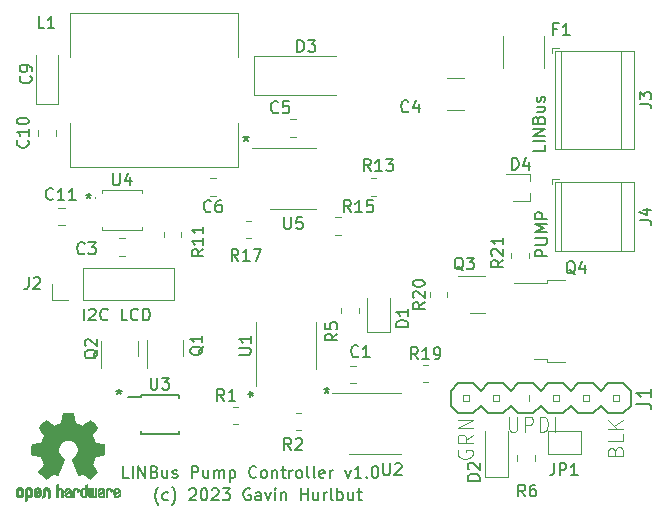
<source format=gbr>
%TF.GenerationSoftware,KiCad,Pcbnew,6.0.11-2627ca5db0~126~ubuntu22.04.1*%
%TF.CreationDate,2023-02-20T01:23:50-05:00*%
%TF.ProjectId,lin-pump-control,6c696e2d-7075-46d7-902d-636f6e74726f,1.0*%
%TF.SameCoordinates,Original*%
%TF.FileFunction,Legend,Top*%
%TF.FilePolarity,Positive*%
%FSLAX46Y46*%
G04 Gerber Fmt 4.6, Leading zero omitted, Abs format (unit mm)*
G04 Created by KiCad (PCBNEW 6.0.11-2627ca5db0~126~ubuntu22.04.1) date 2023-02-20 01:23:50*
%MOMM*%
%LPD*%
G01*
G04 APERTURE LIST*
%ADD10C,0.150000*%
%ADD11C,0.127000*%
%ADD12C,0.101600*%
%ADD13C,0.120000*%
%ADD14C,0.010000*%
%ADD15C,0.203200*%
%ADD16C,0.066040*%
G04 APERTURE END LIST*
D10*
X185265476Y-98527380D02*
X184789285Y-98527380D01*
X184789285Y-97527380D01*
X185598809Y-98527380D02*
X185598809Y-97527380D01*
X186075000Y-98527380D02*
X186075000Y-97527380D01*
X186646428Y-98527380D01*
X186646428Y-97527380D01*
X187455952Y-98003571D02*
X187598809Y-98051190D01*
X187646428Y-98098809D01*
X187694047Y-98194047D01*
X187694047Y-98336904D01*
X187646428Y-98432142D01*
X187598809Y-98479761D01*
X187503571Y-98527380D01*
X187122619Y-98527380D01*
X187122619Y-97527380D01*
X187455952Y-97527380D01*
X187551190Y-97575000D01*
X187598809Y-97622619D01*
X187646428Y-97717857D01*
X187646428Y-97813095D01*
X187598809Y-97908333D01*
X187551190Y-97955952D01*
X187455952Y-98003571D01*
X187122619Y-98003571D01*
X188551190Y-97860714D02*
X188551190Y-98527380D01*
X188122619Y-97860714D02*
X188122619Y-98384523D01*
X188170238Y-98479761D01*
X188265476Y-98527380D01*
X188408333Y-98527380D01*
X188503571Y-98479761D01*
X188551190Y-98432142D01*
X188979761Y-98479761D02*
X189075000Y-98527380D01*
X189265476Y-98527380D01*
X189360714Y-98479761D01*
X189408333Y-98384523D01*
X189408333Y-98336904D01*
X189360714Y-98241666D01*
X189265476Y-98194047D01*
X189122619Y-98194047D01*
X189027380Y-98146428D01*
X188979761Y-98051190D01*
X188979761Y-98003571D01*
X189027380Y-97908333D01*
X189122619Y-97860714D01*
X189265476Y-97860714D01*
X189360714Y-97908333D01*
X190598809Y-98527380D02*
X190598809Y-97527380D01*
X190979761Y-97527380D01*
X191075000Y-97575000D01*
X191122619Y-97622619D01*
X191170238Y-97717857D01*
X191170238Y-97860714D01*
X191122619Y-97955952D01*
X191075000Y-98003571D01*
X190979761Y-98051190D01*
X190598809Y-98051190D01*
X192027380Y-97860714D02*
X192027380Y-98527380D01*
X191598809Y-97860714D02*
X191598809Y-98384523D01*
X191646428Y-98479761D01*
X191741666Y-98527380D01*
X191884523Y-98527380D01*
X191979761Y-98479761D01*
X192027380Y-98432142D01*
X192503571Y-98527380D02*
X192503571Y-97860714D01*
X192503571Y-97955952D02*
X192551190Y-97908333D01*
X192646428Y-97860714D01*
X192789285Y-97860714D01*
X192884523Y-97908333D01*
X192932142Y-98003571D01*
X192932142Y-98527380D01*
X192932142Y-98003571D02*
X192979761Y-97908333D01*
X193075000Y-97860714D01*
X193217857Y-97860714D01*
X193313095Y-97908333D01*
X193360714Y-98003571D01*
X193360714Y-98527380D01*
X193836904Y-97860714D02*
X193836904Y-98860714D01*
X193836904Y-97908333D02*
X193932142Y-97860714D01*
X194122619Y-97860714D01*
X194217857Y-97908333D01*
X194265476Y-97955952D01*
X194313095Y-98051190D01*
X194313095Y-98336904D01*
X194265476Y-98432142D01*
X194217857Y-98479761D01*
X194122619Y-98527380D01*
X193932142Y-98527380D01*
X193836904Y-98479761D01*
X196075000Y-98432142D02*
X196027380Y-98479761D01*
X195884523Y-98527380D01*
X195789285Y-98527380D01*
X195646428Y-98479761D01*
X195551190Y-98384523D01*
X195503571Y-98289285D01*
X195455952Y-98098809D01*
X195455952Y-97955952D01*
X195503571Y-97765476D01*
X195551190Y-97670238D01*
X195646428Y-97575000D01*
X195789285Y-97527380D01*
X195884523Y-97527380D01*
X196027380Y-97575000D01*
X196075000Y-97622619D01*
X196646428Y-98527380D02*
X196551190Y-98479761D01*
X196503571Y-98432142D01*
X196455952Y-98336904D01*
X196455952Y-98051190D01*
X196503571Y-97955952D01*
X196551190Y-97908333D01*
X196646428Y-97860714D01*
X196789285Y-97860714D01*
X196884523Y-97908333D01*
X196932142Y-97955952D01*
X196979761Y-98051190D01*
X196979761Y-98336904D01*
X196932142Y-98432142D01*
X196884523Y-98479761D01*
X196789285Y-98527380D01*
X196646428Y-98527380D01*
X197408333Y-97860714D02*
X197408333Y-98527380D01*
X197408333Y-97955952D02*
X197455952Y-97908333D01*
X197551190Y-97860714D01*
X197694047Y-97860714D01*
X197789285Y-97908333D01*
X197836904Y-98003571D01*
X197836904Y-98527380D01*
X198170238Y-97860714D02*
X198551190Y-97860714D01*
X198313095Y-97527380D02*
X198313095Y-98384523D01*
X198360714Y-98479761D01*
X198455952Y-98527380D01*
X198551190Y-98527380D01*
X198884523Y-98527380D02*
X198884523Y-97860714D01*
X198884523Y-98051190D02*
X198932142Y-97955952D01*
X198979761Y-97908333D01*
X199075000Y-97860714D01*
X199170238Y-97860714D01*
X199646428Y-98527380D02*
X199551190Y-98479761D01*
X199503571Y-98432142D01*
X199455952Y-98336904D01*
X199455952Y-98051190D01*
X199503571Y-97955952D01*
X199551190Y-97908333D01*
X199646428Y-97860714D01*
X199789285Y-97860714D01*
X199884523Y-97908333D01*
X199932142Y-97955952D01*
X199979761Y-98051190D01*
X199979761Y-98336904D01*
X199932142Y-98432142D01*
X199884523Y-98479761D01*
X199789285Y-98527380D01*
X199646428Y-98527380D01*
X200551190Y-98527380D02*
X200455952Y-98479761D01*
X200408333Y-98384523D01*
X200408333Y-97527380D01*
X201075000Y-98527380D02*
X200979761Y-98479761D01*
X200932142Y-98384523D01*
X200932142Y-97527380D01*
X201836904Y-98479761D02*
X201741666Y-98527380D01*
X201551190Y-98527380D01*
X201455952Y-98479761D01*
X201408333Y-98384523D01*
X201408333Y-98003571D01*
X201455952Y-97908333D01*
X201551190Y-97860714D01*
X201741666Y-97860714D01*
X201836904Y-97908333D01*
X201884523Y-98003571D01*
X201884523Y-98098809D01*
X201408333Y-98194047D01*
X202313095Y-98527380D02*
X202313095Y-97860714D01*
X202313095Y-98051190D02*
X202360714Y-97955952D01*
X202408333Y-97908333D01*
X202503571Y-97860714D01*
X202598809Y-97860714D01*
X203598809Y-97860714D02*
X203836904Y-98527380D01*
X204075000Y-97860714D01*
X204979761Y-98527380D02*
X204408333Y-98527380D01*
X204694047Y-98527380D02*
X204694047Y-97527380D01*
X204598809Y-97670238D01*
X204503571Y-97765476D01*
X204408333Y-97813095D01*
X205408333Y-98432142D02*
X205455952Y-98479761D01*
X205408333Y-98527380D01*
X205360714Y-98479761D01*
X205408333Y-98432142D01*
X205408333Y-98527380D01*
X206075000Y-97527380D02*
X206170238Y-97527380D01*
X206265476Y-97575000D01*
X206313095Y-97622619D01*
X206360714Y-97717857D01*
X206408333Y-97908333D01*
X206408333Y-98146428D01*
X206360714Y-98336904D01*
X206313095Y-98432142D01*
X206265476Y-98479761D01*
X206170238Y-98527380D01*
X206075000Y-98527380D01*
X205979761Y-98479761D01*
X205932142Y-98432142D01*
X205884523Y-98336904D01*
X205836904Y-98146428D01*
X205836904Y-97908333D01*
X205884523Y-97717857D01*
X205932142Y-97622619D01*
X205979761Y-97575000D01*
X206075000Y-97527380D01*
X220477380Y-70384523D02*
X220477380Y-70860714D01*
X219477380Y-70860714D01*
X220477380Y-70051190D02*
X219477380Y-70051190D01*
X220477380Y-69575000D02*
X219477380Y-69575000D01*
X220477380Y-69003571D01*
X219477380Y-69003571D01*
X219953571Y-68194047D02*
X220001190Y-68051190D01*
X220048809Y-68003571D01*
X220144047Y-67955952D01*
X220286904Y-67955952D01*
X220382142Y-68003571D01*
X220429761Y-68051190D01*
X220477380Y-68146428D01*
X220477380Y-68527380D01*
X219477380Y-68527380D01*
X219477380Y-68194047D01*
X219525000Y-68098809D01*
X219572619Y-68051190D01*
X219667857Y-68003571D01*
X219763095Y-68003571D01*
X219858333Y-68051190D01*
X219905952Y-68098809D01*
X219953571Y-68194047D01*
X219953571Y-68527380D01*
X219810714Y-67098809D02*
X220477380Y-67098809D01*
X219810714Y-67527380D02*
X220334523Y-67527380D01*
X220429761Y-67479761D01*
X220477380Y-67384523D01*
X220477380Y-67241666D01*
X220429761Y-67146428D01*
X220382142Y-67098809D01*
X220429761Y-66670238D02*
X220477380Y-66575000D01*
X220477380Y-66384523D01*
X220429761Y-66289285D01*
X220334523Y-66241666D01*
X220286904Y-66241666D01*
X220191666Y-66289285D01*
X220144047Y-66384523D01*
X220144047Y-66527380D01*
X220096428Y-66622619D01*
X220001190Y-66670238D01*
X219953571Y-66670238D01*
X219858333Y-66622619D01*
X219810714Y-66527380D01*
X219810714Y-66384523D01*
X219858333Y-66289285D01*
X181488095Y-85202380D02*
X181488095Y-84202380D01*
X181916666Y-84297619D02*
X181964285Y-84250000D01*
X182059523Y-84202380D01*
X182297619Y-84202380D01*
X182392857Y-84250000D01*
X182440476Y-84297619D01*
X182488095Y-84392857D01*
X182488095Y-84488095D01*
X182440476Y-84630952D01*
X181869047Y-85202380D01*
X182488095Y-85202380D01*
X183488095Y-85107142D02*
X183440476Y-85154761D01*
X183297619Y-85202380D01*
X183202380Y-85202380D01*
X183059523Y-85154761D01*
X182964285Y-85059523D01*
X182916666Y-84964285D01*
X182869047Y-84773809D01*
X182869047Y-84630952D01*
X182916666Y-84440476D01*
X182964285Y-84345238D01*
X183059523Y-84250000D01*
X183202380Y-84202380D01*
X183297619Y-84202380D01*
X183440476Y-84250000D01*
X183488095Y-84297619D01*
X185154761Y-85202380D02*
X184678571Y-85202380D01*
X184678571Y-84202380D01*
X186059523Y-85107142D02*
X186011904Y-85154761D01*
X185869047Y-85202380D01*
X185773809Y-85202380D01*
X185630952Y-85154761D01*
X185535714Y-85059523D01*
X185488095Y-84964285D01*
X185440476Y-84773809D01*
X185440476Y-84630952D01*
X185488095Y-84440476D01*
X185535714Y-84345238D01*
X185630952Y-84250000D01*
X185773809Y-84202380D01*
X185869047Y-84202380D01*
X186011904Y-84250000D01*
X186059523Y-84297619D01*
X186488095Y-85202380D02*
X186488095Y-84202380D01*
X186726190Y-84202380D01*
X186869047Y-84250000D01*
X186964285Y-84345238D01*
X187011904Y-84440476D01*
X187059523Y-84630952D01*
X187059523Y-84773809D01*
X187011904Y-84964285D01*
X186964285Y-85059523D01*
X186869047Y-85154761D01*
X186726190Y-85202380D01*
X186488095Y-85202380D01*
X187794047Y-100808333D02*
X187746428Y-100760714D01*
X187651190Y-100617857D01*
X187603571Y-100522619D01*
X187555952Y-100379761D01*
X187508333Y-100141666D01*
X187508333Y-99951190D01*
X187555952Y-99713095D01*
X187603571Y-99570238D01*
X187651190Y-99475000D01*
X187746428Y-99332142D01*
X187794047Y-99284523D01*
X188603571Y-100379761D02*
X188508333Y-100427380D01*
X188317857Y-100427380D01*
X188222619Y-100379761D01*
X188175000Y-100332142D01*
X188127380Y-100236904D01*
X188127380Y-99951190D01*
X188175000Y-99855952D01*
X188222619Y-99808333D01*
X188317857Y-99760714D01*
X188508333Y-99760714D01*
X188603571Y-99808333D01*
X188936904Y-100808333D02*
X188984523Y-100760714D01*
X189079761Y-100617857D01*
X189127380Y-100522619D01*
X189175000Y-100379761D01*
X189222619Y-100141666D01*
X189222619Y-99951190D01*
X189175000Y-99713095D01*
X189127380Y-99570238D01*
X189079761Y-99475000D01*
X188984523Y-99332142D01*
X188936904Y-99284523D01*
X190413095Y-99522619D02*
X190460714Y-99475000D01*
X190555952Y-99427380D01*
X190794047Y-99427380D01*
X190889285Y-99475000D01*
X190936904Y-99522619D01*
X190984523Y-99617857D01*
X190984523Y-99713095D01*
X190936904Y-99855952D01*
X190365476Y-100427380D01*
X190984523Y-100427380D01*
X191603571Y-99427380D02*
X191698809Y-99427380D01*
X191794047Y-99475000D01*
X191841666Y-99522619D01*
X191889285Y-99617857D01*
X191936904Y-99808333D01*
X191936904Y-100046428D01*
X191889285Y-100236904D01*
X191841666Y-100332142D01*
X191794047Y-100379761D01*
X191698809Y-100427380D01*
X191603571Y-100427380D01*
X191508333Y-100379761D01*
X191460714Y-100332142D01*
X191413095Y-100236904D01*
X191365476Y-100046428D01*
X191365476Y-99808333D01*
X191413095Y-99617857D01*
X191460714Y-99522619D01*
X191508333Y-99475000D01*
X191603571Y-99427380D01*
X192317857Y-99522619D02*
X192365476Y-99475000D01*
X192460714Y-99427380D01*
X192698809Y-99427380D01*
X192794047Y-99475000D01*
X192841666Y-99522619D01*
X192889285Y-99617857D01*
X192889285Y-99713095D01*
X192841666Y-99855952D01*
X192270238Y-100427380D01*
X192889285Y-100427380D01*
X193222619Y-99427380D02*
X193841666Y-99427380D01*
X193508333Y-99808333D01*
X193651190Y-99808333D01*
X193746428Y-99855952D01*
X193794047Y-99903571D01*
X193841666Y-99998809D01*
X193841666Y-100236904D01*
X193794047Y-100332142D01*
X193746428Y-100379761D01*
X193651190Y-100427380D01*
X193365476Y-100427380D01*
X193270238Y-100379761D01*
X193222619Y-100332142D01*
X195555952Y-99475000D02*
X195460714Y-99427380D01*
X195317857Y-99427380D01*
X195175000Y-99475000D01*
X195079761Y-99570238D01*
X195032142Y-99665476D01*
X194984523Y-99855952D01*
X194984523Y-99998809D01*
X195032142Y-100189285D01*
X195079761Y-100284523D01*
X195175000Y-100379761D01*
X195317857Y-100427380D01*
X195413095Y-100427380D01*
X195555952Y-100379761D01*
X195603571Y-100332142D01*
X195603571Y-99998809D01*
X195413095Y-99998809D01*
X196460714Y-100427380D02*
X196460714Y-99903571D01*
X196413095Y-99808333D01*
X196317857Y-99760714D01*
X196127380Y-99760714D01*
X196032142Y-99808333D01*
X196460714Y-100379761D02*
X196365476Y-100427380D01*
X196127380Y-100427380D01*
X196032142Y-100379761D01*
X195984523Y-100284523D01*
X195984523Y-100189285D01*
X196032142Y-100094047D01*
X196127380Y-100046428D01*
X196365476Y-100046428D01*
X196460714Y-99998809D01*
X196841666Y-99760714D02*
X197079761Y-100427380D01*
X197317857Y-99760714D01*
X197698809Y-100427380D02*
X197698809Y-99760714D01*
X197698809Y-99427380D02*
X197651190Y-99475000D01*
X197698809Y-99522619D01*
X197746428Y-99475000D01*
X197698809Y-99427380D01*
X197698809Y-99522619D01*
X198175000Y-99760714D02*
X198175000Y-100427380D01*
X198175000Y-99855952D02*
X198222619Y-99808333D01*
X198317857Y-99760714D01*
X198460714Y-99760714D01*
X198555952Y-99808333D01*
X198603571Y-99903571D01*
X198603571Y-100427380D01*
X199841666Y-100427380D02*
X199841666Y-99427380D01*
X199841666Y-99903571D02*
X200413095Y-99903571D01*
X200413095Y-100427380D02*
X200413095Y-99427380D01*
X201317857Y-99760714D02*
X201317857Y-100427380D01*
X200889285Y-99760714D02*
X200889285Y-100284523D01*
X200936904Y-100379761D01*
X201032142Y-100427380D01*
X201175000Y-100427380D01*
X201270238Y-100379761D01*
X201317857Y-100332142D01*
X201794047Y-100427380D02*
X201794047Y-99760714D01*
X201794047Y-99951190D02*
X201841666Y-99855952D01*
X201889285Y-99808333D01*
X201984523Y-99760714D01*
X202079761Y-99760714D01*
X202555952Y-100427380D02*
X202460714Y-100379761D01*
X202413095Y-100284523D01*
X202413095Y-99427380D01*
X202936904Y-100427380D02*
X202936904Y-99427380D01*
X202936904Y-99808333D02*
X203032142Y-99760714D01*
X203222619Y-99760714D01*
X203317857Y-99808333D01*
X203365476Y-99855952D01*
X203413095Y-99951190D01*
X203413095Y-100236904D01*
X203365476Y-100332142D01*
X203317857Y-100379761D01*
X203222619Y-100427380D01*
X203032142Y-100427380D01*
X202936904Y-100379761D01*
X204270238Y-99760714D02*
X204270238Y-100427380D01*
X203841666Y-99760714D02*
X203841666Y-100284523D01*
X203889285Y-100379761D01*
X203984523Y-100427380D01*
X204127380Y-100427380D01*
X204222619Y-100379761D01*
X204270238Y-100332142D01*
X204603571Y-99760714D02*
X204984523Y-99760714D01*
X204746428Y-99427380D02*
X204746428Y-100284523D01*
X204794047Y-100379761D01*
X204889285Y-100427380D01*
X204984523Y-100427380D01*
%TO.C,R21*%
X216977380Y-80092857D02*
X216501190Y-80426190D01*
X216977380Y-80664285D02*
X215977380Y-80664285D01*
X215977380Y-80283333D01*
X216025000Y-80188095D01*
X216072619Y-80140476D01*
X216167857Y-80092857D01*
X216310714Y-80092857D01*
X216405952Y-80140476D01*
X216453571Y-80188095D01*
X216501190Y-80283333D01*
X216501190Y-80664285D01*
X216072619Y-79711904D02*
X216025000Y-79664285D01*
X215977380Y-79569047D01*
X215977380Y-79330952D01*
X216025000Y-79235714D01*
X216072619Y-79188095D01*
X216167857Y-79140476D01*
X216263095Y-79140476D01*
X216405952Y-79188095D01*
X216977380Y-79759523D01*
X216977380Y-79140476D01*
X216977380Y-78188095D02*
X216977380Y-78759523D01*
X216977380Y-78473809D02*
X215977380Y-78473809D01*
X216120238Y-78569047D01*
X216215476Y-78664285D01*
X216263095Y-78759523D01*
%TO.C,R20*%
X210327380Y-83667857D02*
X209851190Y-84001190D01*
X210327380Y-84239285D02*
X209327380Y-84239285D01*
X209327380Y-83858333D01*
X209375000Y-83763095D01*
X209422619Y-83715476D01*
X209517857Y-83667857D01*
X209660714Y-83667857D01*
X209755952Y-83715476D01*
X209803571Y-83763095D01*
X209851190Y-83858333D01*
X209851190Y-84239285D01*
X209422619Y-83286904D02*
X209375000Y-83239285D01*
X209327380Y-83144047D01*
X209327380Y-82905952D01*
X209375000Y-82810714D01*
X209422619Y-82763095D01*
X209517857Y-82715476D01*
X209613095Y-82715476D01*
X209755952Y-82763095D01*
X210327380Y-83334523D01*
X210327380Y-82715476D01*
X209327380Y-82096428D02*
X209327380Y-82001190D01*
X209375000Y-81905952D01*
X209422619Y-81858333D01*
X209517857Y-81810714D01*
X209708333Y-81763095D01*
X209946428Y-81763095D01*
X210136904Y-81810714D01*
X210232142Y-81858333D01*
X210279761Y-81905952D01*
X210327380Y-82001190D01*
X210327380Y-82096428D01*
X210279761Y-82191666D01*
X210232142Y-82239285D01*
X210136904Y-82286904D01*
X209946428Y-82334523D01*
X209708333Y-82334523D01*
X209517857Y-82286904D01*
X209422619Y-82239285D01*
X209375000Y-82191666D01*
X209327380Y-82096428D01*
%TO.C,R19*%
X209757142Y-88477380D02*
X209423809Y-88001190D01*
X209185714Y-88477380D02*
X209185714Y-87477380D01*
X209566666Y-87477380D01*
X209661904Y-87525000D01*
X209709523Y-87572619D01*
X209757142Y-87667857D01*
X209757142Y-87810714D01*
X209709523Y-87905952D01*
X209661904Y-87953571D01*
X209566666Y-88001190D01*
X209185714Y-88001190D01*
X210709523Y-88477380D02*
X210138095Y-88477380D01*
X210423809Y-88477380D02*
X210423809Y-87477380D01*
X210328571Y-87620238D01*
X210233333Y-87715476D01*
X210138095Y-87763095D01*
X211185714Y-88477380D02*
X211376190Y-88477380D01*
X211471428Y-88429761D01*
X211519047Y-88382142D01*
X211614285Y-88239285D01*
X211661904Y-88048809D01*
X211661904Y-87667857D01*
X211614285Y-87572619D01*
X211566666Y-87525000D01*
X211471428Y-87477380D01*
X211280952Y-87477380D01*
X211185714Y-87525000D01*
X211138095Y-87572619D01*
X211090476Y-87667857D01*
X211090476Y-87905952D01*
X211138095Y-88001190D01*
X211185714Y-88048809D01*
X211280952Y-88096428D01*
X211471428Y-88096428D01*
X211566666Y-88048809D01*
X211614285Y-88001190D01*
X211661904Y-87905952D01*
%TO.C,Q4*%
X223079761Y-81297619D02*
X222984523Y-81250000D01*
X222889285Y-81154761D01*
X222746428Y-81011904D01*
X222651190Y-80964285D01*
X222555952Y-80964285D01*
X222603571Y-81202380D02*
X222508333Y-81154761D01*
X222413095Y-81059523D01*
X222365476Y-80869047D01*
X222365476Y-80535714D01*
X222413095Y-80345238D01*
X222508333Y-80250000D01*
X222603571Y-80202380D01*
X222794047Y-80202380D01*
X222889285Y-80250000D01*
X222984523Y-80345238D01*
X223032142Y-80535714D01*
X223032142Y-80869047D01*
X222984523Y-81059523D01*
X222889285Y-81154761D01*
X222794047Y-81202380D01*
X222603571Y-81202380D01*
X223889285Y-80535714D02*
X223889285Y-81202380D01*
X223651190Y-80154761D02*
X223413095Y-80869047D01*
X224032142Y-80869047D01*
%TO.C,Q3*%
X213604761Y-80972619D02*
X213509523Y-80925000D01*
X213414285Y-80829761D01*
X213271428Y-80686904D01*
X213176190Y-80639285D01*
X213080952Y-80639285D01*
X213128571Y-80877380D02*
X213033333Y-80829761D01*
X212938095Y-80734523D01*
X212890476Y-80544047D01*
X212890476Y-80210714D01*
X212938095Y-80020238D01*
X213033333Y-79925000D01*
X213128571Y-79877380D01*
X213319047Y-79877380D01*
X213414285Y-79925000D01*
X213509523Y-80020238D01*
X213557142Y-80210714D01*
X213557142Y-80544047D01*
X213509523Y-80734523D01*
X213414285Y-80829761D01*
X213319047Y-80877380D01*
X213128571Y-80877380D01*
X213890476Y-79877380D02*
X214509523Y-79877380D01*
X214176190Y-80258333D01*
X214319047Y-80258333D01*
X214414285Y-80305952D01*
X214461904Y-80353571D01*
X214509523Y-80448809D01*
X214509523Y-80686904D01*
X214461904Y-80782142D01*
X214414285Y-80829761D01*
X214319047Y-80877380D01*
X214033333Y-80877380D01*
X213938095Y-80829761D01*
X213890476Y-80782142D01*
%TO.C,D4*%
X217711904Y-72427380D02*
X217711904Y-71427380D01*
X217950000Y-71427380D01*
X218092857Y-71475000D01*
X218188095Y-71570238D01*
X218235714Y-71665476D01*
X218283333Y-71855952D01*
X218283333Y-71998809D01*
X218235714Y-72189285D01*
X218188095Y-72284523D01*
X218092857Y-72379761D01*
X217950000Y-72427380D01*
X217711904Y-72427380D01*
X219140476Y-71760714D02*
X219140476Y-72427380D01*
X218902380Y-71379761D02*
X218664285Y-72094047D01*
X219283333Y-72094047D01*
%TO.C,D2*%
X214977380Y-98763095D02*
X213977380Y-98763095D01*
X213977380Y-98525000D01*
X214025000Y-98382142D01*
X214120238Y-98286904D01*
X214215476Y-98239285D01*
X214405952Y-98191666D01*
X214548809Y-98191666D01*
X214739285Y-98239285D01*
X214834523Y-98286904D01*
X214929761Y-98382142D01*
X214977380Y-98525000D01*
X214977380Y-98763095D01*
X214072619Y-97810714D02*
X214025000Y-97763095D01*
X213977380Y-97667857D01*
X213977380Y-97429761D01*
X214025000Y-97334523D01*
X214072619Y-97286904D01*
X214167857Y-97239285D01*
X214263095Y-97239285D01*
X214405952Y-97286904D01*
X214977380Y-97858333D01*
X214977380Y-97239285D01*
%TO.C,U5*%
X198438095Y-76452380D02*
X198438095Y-77261904D01*
X198485714Y-77357142D01*
X198533333Y-77404761D01*
X198628571Y-77452380D01*
X198819047Y-77452380D01*
X198914285Y-77404761D01*
X198961904Y-77357142D01*
X199009523Y-77261904D01*
X199009523Y-76452380D01*
X199961904Y-76452380D02*
X199485714Y-76452380D01*
X199438095Y-76928571D01*
X199485714Y-76880952D01*
X199580952Y-76833333D01*
X199819047Y-76833333D01*
X199914285Y-76880952D01*
X199961904Y-76928571D01*
X200009523Y-77023809D01*
X200009523Y-77261904D01*
X199961904Y-77357142D01*
X199914285Y-77404761D01*
X199819047Y-77452380D01*
X199580952Y-77452380D01*
X199485714Y-77404761D01*
X199438095Y-77357142D01*
X195200000Y-69552380D02*
X195200000Y-69790476D01*
X194961904Y-69695238D02*
X195200000Y-69790476D01*
X195438095Y-69695238D01*
X195057142Y-69980952D02*
X195200000Y-69790476D01*
X195342857Y-69980952D01*
%TO.C,J4*%
X228522380Y-76728333D02*
X229236666Y-76728333D01*
X229379523Y-76775952D01*
X229474761Y-76871190D01*
X229522380Y-77014047D01*
X229522380Y-77109285D01*
X228855714Y-75823571D02*
X229522380Y-75823571D01*
X228474761Y-76061666D02*
X229189047Y-76299761D01*
X229189047Y-75680714D01*
X220702380Y-79782142D02*
X219702380Y-79782142D01*
X219702380Y-79401190D01*
X219750000Y-79305952D01*
X219797619Y-79258333D01*
X219892857Y-79210714D01*
X220035714Y-79210714D01*
X220130952Y-79258333D01*
X220178571Y-79305952D01*
X220226190Y-79401190D01*
X220226190Y-79782142D01*
X219702380Y-78782142D02*
X220511904Y-78782142D01*
X220607142Y-78734523D01*
X220654761Y-78686904D01*
X220702380Y-78591666D01*
X220702380Y-78401190D01*
X220654761Y-78305952D01*
X220607142Y-78258333D01*
X220511904Y-78210714D01*
X219702380Y-78210714D01*
X220702380Y-77734523D02*
X219702380Y-77734523D01*
X220416666Y-77401190D01*
X219702380Y-77067857D01*
X220702380Y-77067857D01*
X220702380Y-76591666D02*
X219702380Y-76591666D01*
X219702380Y-76210714D01*
X219750000Y-76115476D01*
X219797619Y-76067857D01*
X219892857Y-76020238D01*
X220035714Y-76020238D01*
X220130952Y-76067857D01*
X220178571Y-76115476D01*
X220226190Y-76210714D01*
X220226190Y-76591666D01*
%TO.C,R13*%
X205757142Y-72552380D02*
X205423809Y-72076190D01*
X205185714Y-72552380D02*
X205185714Y-71552380D01*
X205566666Y-71552380D01*
X205661904Y-71600000D01*
X205709523Y-71647619D01*
X205757142Y-71742857D01*
X205757142Y-71885714D01*
X205709523Y-71980952D01*
X205661904Y-72028571D01*
X205566666Y-72076190D01*
X205185714Y-72076190D01*
X206709523Y-72552380D02*
X206138095Y-72552380D01*
X206423809Y-72552380D02*
X206423809Y-71552380D01*
X206328571Y-71695238D01*
X206233333Y-71790476D01*
X206138095Y-71838095D01*
X207042857Y-71552380D02*
X207661904Y-71552380D01*
X207328571Y-71933333D01*
X207471428Y-71933333D01*
X207566666Y-71980952D01*
X207614285Y-72028571D01*
X207661904Y-72123809D01*
X207661904Y-72361904D01*
X207614285Y-72457142D01*
X207566666Y-72504761D01*
X207471428Y-72552380D01*
X207185714Y-72552380D01*
X207090476Y-72504761D01*
X207042857Y-72457142D01*
%TO.C,C10*%
X176707142Y-69942857D02*
X176754761Y-69990476D01*
X176802380Y-70133333D01*
X176802380Y-70228571D01*
X176754761Y-70371428D01*
X176659523Y-70466666D01*
X176564285Y-70514285D01*
X176373809Y-70561904D01*
X176230952Y-70561904D01*
X176040476Y-70514285D01*
X175945238Y-70466666D01*
X175850000Y-70371428D01*
X175802380Y-70228571D01*
X175802380Y-70133333D01*
X175850000Y-69990476D01*
X175897619Y-69942857D01*
X176802380Y-68990476D02*
X176802380Y-69561904D01*
X176802380Y-69276190D02*
X175802380Y-69276190D01*
X175945238Y-69371428D01*
X176040476Y-69466666D01*
X176088095Y-69561904D01*
X175802380Y-68371428D02*
X175802380Y-68276190D01*
X175850000Y-68180952D01*
X175897619Y-68133333D01*
X175992857Y-68085714D01*
X176183333Y-68038095D01*
X176421428Y-68038095D01*
X176611904Y-68085714D01*
X176707142Y-68133333D01*
X176754761Y-68180952D01*
X176802380Y-68276190D01*
X176802380Y-68371428D01*
X176754761Y-68466666D01*
X176707142Y-68514285D01*
X176611904Y-68561904D01*
X176421428Y-68609523D01*
X176183333Y-68609523D01*
X175992857Y-68561904D01*
X175897619Y-68514285D01*
X175850000Y-68466666D01*
X175802380Y-68371428D01*
%TO.C,R6*%
X218833333Y-100102380D02*
X218500000Y-99626190D01*
X218261904Y-100102380D02*
X218261904Y-99102380D01*
X218642857Y-99102380D01*
X218738095Y-99150000D01*
X218785714Y-99197619D01*
X218833333Y-99292857D01*
X218833333Y-99435714D01*
X218785714Y-99530952D01*
X218738095Y-99578571D01*
X218642857Y-99626190D01*
X218261904Y-99626190D01*
X219690476Y-99102380D02*
X219500000Y-99102380D01*
X219404761Y-99150000D01*
X219357142Y-99197619D01*
X219261904Y-99340476D01*
X219214285Y-99530952D01*
X219214285Y-99911904D01*
X219261904Y-100007142D01*
X219309523Y-100054761D01*
X219404761Y-100102380D01*
X219595238Y-100102380D01*
X219690476Y-100054761D01*
X219738095Y-100007142D01*
X219785714Y-99911904D01*
X219785714Y-99673809D01*
X219738095Y-99578571D01*
X219690476Y-99530952D01*
X219595238Y-99483333D01*
X219404761Y-99483333D01*
X219309523Y-99530952D01*
X219261904Y-99578571D01*
X219214285Y-99673809D01*
%TO.C,F1*%
X221566666Y-60528571D02*
X221233333Y-60528571D01*
X221233333Y-61052380D02*
X221233333Y-60052380D01*
X221709523Y-60052380D01*
X222614285Y-61052380D02*
X222042857Y-61052380D01*
X222328571Y-61052380D02*
X222328571Y-60052380D01*
X222233333Y-60195238D01*
X222138095Y-60290476D01*
X222042857Y-60338095D01*
%TO.C,D3*%
X199561904Y-62452380D02*
X199561904Y-61452380D01*
X199800000Y-61452380D01*
X199942857Y-61500000D01*
X200038095Y-61595238D01*
X200085714Y-61690476D01*
X200133333Y-61880952D01*
X200133333Y-62023809D01*
X200085714Y-62214285D01*
X200038095Y-62309523D01*
X199942857Y-62404761D01*
X199800000Y-62452380D01*
X199561904Y-62452380D01*
X200466666Y-61452380D02*
X201085714Y-61452380D01*
X200752380Y-61833333D01*
X200895238Y-61833333D01*
X200990476Y-61880952D01*
X201038095Y-61928571D01*
X201085714Y-62023809D01*
X201085714Y-62261904D01*
X201038095Y-62357142D01*
X200990476Y-62404761D01*
X200895238Y-62452380D01*
X200609523Y-62452380D01*
X200514285Y-62404761D01*
X200466666Y-62357142D01*
%TO.C,C11*%
X178882142Y-74907142D02*
X178834523Y-74954761D01*
X178691666Y-75002380D01*
X178596428Y-75002380D01*
X178453571Y-74954761D01*
X178358333Y-74859523D01*
X178310714Y-74764285D01*
X178263095Y-74573809D01*
X178263095Y-74430952D01*
X178310714Y-74240476D01*
X178358333Y-74145238D01*
X178453571Y-74050000D01*
X178596428Y-74002380D01*
X178691666Y-74002380D01*
X178834523Y-74050000D01*
X178882142Y-74097619D01*
X179834523Y-75002380D02*
X179263095Y-75002380D01*
X179548809Y-75002380D02*
X179548809Y-74002380D01*
X179453571Y-74145238D01*
X179358333Y-74240476D01*
X179263095Y-74288095D01*
X180786904Y-75002380D02*
X180215476Y-75002380D01*
X180501190Y-75002380D02*
X180501190Y-74002380D01*
X180405952Y-74145238D01*
X180310714Y-74240476D01*
X180215476Y-74288095D01*
%TO.C,C5*%
X197933333Y-67557142D02*
X197885714Y-67604761D01*
X197742857Y-67652380D01*
X197647619Y-67652380D01*
X197504761Y-67604761D01*
X197409523Y-67509523D01*
X197361904Y-67414285D01*
X197314285Y-67223809D01*
X197314285Y-67080952D01*
X197361904Y-66890476D01*
X197409523Y-66795238D01*
X197504761Y-66700000D01*
X197647619Y-66652380D01*
X197742857Y-66652380D01*
X197885714Y-66700000D01*
X197933333Y-66747619D01*
X198838095Y-66652380D02*
X198361904Y-66652380D01*
X198314285Y-67128571D01*
X198361904Y-67080952D01*
X198457142Y-67033333D01*
X198695238Y-67033333D01*
X198790476Y-67080952D01*
X198838095Y-67128571D01*
X198885714Y-67223809D01*
X198885714Y-67461904D01*
X198838095Y-67557142D01*
X198790476Y-67604761D01*
X198695238Y-67652380D01*
X198457142Y-67652380D01*
X198361904Y-67604761D01*
X198314285Y-67557142D01*
%TO.C,C9*%
X176957142Y-64516666D02*
X177004761Y-64564285D01*
X177052380Y-64707142D01*
X177052380Y-64802380D01*
X177004761Y-64945238D01*
X176909523Y-65040476D01*
X176814285Y-65088095D01*
X176623809Y-65135714D01*
X176480952Y-65135714D01*
X176290476Y-65088095D01*
X176195238Y-65040476D01*
X176100000Y-64945238D01*
X176052380Y-64802380D01*
X176052380Y-64707142D01*
X176100000Y-64564285D01*
X176147619Y-64516666D01*
X177052380Y-64040476D02*
X177052380Y-63850000D01*
X177004761Y-63754761D01*
X176957142Y-63707142D01*
X176814285Y-63611904D01*
X176623809Y-63564285D01*
X176242857Y-63564285D01*
X176147619Y-63611904D01*
X176100000Y-63659523D01*
X176052380Y-63754761D01*
X176052380Y-63945238D01*
X176100000Y-64040476D01*
X176147619Y-64088095D01*
X176242857Y-64135714D01*
X176480952Y-64135714D01*
X176576190Y-64088095D01*
X176623809Y-64040476D01*
X176671428Y-63945238D01*
X176671428Y-63754761D01*
X176623809Y-63659523D01*
X176576190Y-63611904D01*
X176480952Y-63564285D01*
%TO.C,J2*%
X176791666Y-81552380D02*
X176791666Y-82266666D01*
X176744047Y-82409523D01*
X176648809Y-82504761D01*
X176505952Y-82552380D01*
X176410714Y-82552380D01*
X177220238Y-81647619D02*
X177267857Y-81600000D01*
X177363095Y-81552380D01*
X177601190Y-81552380D01*
X177696428Y-81600000D01*
X177744047Y-81647619D01*
X177791666Y-81742857D01*
X177791666Y-81838095D01*
X177744047Y-81980952D01*
X177172619Y-82552380D01*
X177791666Y-82552380D01*
%TO.C,U1*%
X194627380Y-88086904D02*
X195436904Y-88086904D01*
X195532142Y-88039285D01*
X195579761Y-87991666D01*
X195627380Y-87896428D01*
X195627380Y-87705952D01*
X195579761Y-87610714D01*
X195532142Y-87563095D01*
X195436904Y-87515476D01*
X194627380Y-87515476D01*
X195627380Y-86515476D02*
X195627380Y-87086904D01*
X195627380Y-86801190D02*
X194627380Y-86801190D01*
X194770238Y-86896428D01*
X194865476Y-86991666D01*
X194913095Y-87086904D01*
X195402380Y-91450000D02*
X195640476Y-91450000D01*
X195545238Y-91688095D02*
X195640476Y-91450000D01*
X195545238Y-91211904D01*
X195830952Y-91592857D02*
X195640476Y-91450000D01*
X195830952Y-91307142D01*
%TO.C,Q1*%
X191572619Y-87395238D02*
X191525000Y-87490476D01*
X191429761Y-87585714D01*
X191286904Y-87728571D01*
X191239285Y-87823809D01*
X191239285Y-87919047D01*
X191477380Y-87871428D02*
X191429761Y-87966666D01*
X191334523Y-88061904D01*
X191144047Y-88109523D01*
X190810714Y-88109523D01*
X190620238Y-88061904D01*
X190525000Y-87966666D01*
X190477380Y-87871428D01*
X190477380Y-87680952D01*
X190525000Y-87585714D01*
X190620238Y-87490476D01*
X190810714Y-87442857D01*
X191144047Y-87442857D01*
X191334523Y-87490476D01*
X191429761Y-87585714D01*
X191477380Y-87680952D01*
X191477380Y-87871428D01*
X191477380Y-86490476D02*
X191477380Y-87061904D01*
X191477380Y-86776190D02*
X190477380Y-86776190D01*
X190620238Y-86871428D01*
X190715476Y-86966666D01*
X190763095Y-87061904D01*
%TO.C,C3*%
X181533333Y-79507142D02*
X181485714Y-79554761D01*
X181342857Y-79602380D01*
X181247619Y-79602380D01*
X181104761Y-79554761D01*
X181009523Y-79459523D01*
X180961904Y-79364285D01*
X180914285Y-79173809D01*
X180914285Y-79030952D01*
X180961904Y-78840476D01*
X181009523Y-78745238D01*
X181104761Y-78650000D01*
X181247619Y-78602380D01*
X181342857Y-78602380D01*
X181485714Y-78650000D01*
X181533333Y-78697619D01*
X181866666Y-78602380D02*
X182485714Y-78602380D01*
X182152380Y-78983333D01*
X182295238Y-78983333D01*
X182390476Y-79030952D01*
X182438095Y-79078571D01*
X182485714Y-79173809D01*
X182485714Y-79411904D01*
X182438095Y-79507142D01*
X182390476Y-79554761D01*
X182295238Y-79602380D01*
X182009523Y-79602380D01*
X181914285Y-79554761D01*
X181866666Y-79507142D01*
%TO.C,U2*%
X206813095Y-97302380D02*
X206813095Y-98111904D01*
X206860714Y-98207142D01*
X206908333Y-98254761D01*
X207003571Y-98302380D01*
X207194047Y-98302380D01*
X207289285Y-98254761D01*
X207336904Y-98207142D01*
X207384523Y-98111904D01*
X207384523Y-97302380D01*
X207813095Y-97397619D02*
X207860714Y-97350000D01*
X207955952Y-97302380D01*
X208194047Y-97302380D01*
X208289285Y-97350000D01*
X208336904Y-97397619D01*
X208384523Y-97492857D01*
X208384523Y-97588095D01*
X208336904Y-97730952D01*
X207765476Y-98302380D01*
X208384523Y-98302380D01*
X202025000Y-90877380D02*
X202025000Y-91115476D01*
X201786904Y-91020238D02*
X202025000Y-91115476D01*
X202263095Y-91020238D01*
X201882142Y-91305952D02*
X202025000Y-91115476D01*
X202167857Y-91305952D01*
%TO.C,C6*%
X192233333Y-75937142D02*
X192185714Y-75984761D01*
X192042857Y-76032380D01*
X191947619Y-76032380D01*
X191804761Y-75984761D01*
X191709523Y-75889523D01*
X191661904Y-75794285D01*
X191614285Y-75603809D01*
X191614285Y-75460952D01*
X191661904Y-75270476D01*
X191709523Y-75175238D01*
X191804761Y-75080000D01*
X191947619Y-75032380D01*
X192042857Y-75032380D01*
X192185714Y-75080000D01*
X192233333Y-75127619D01*
X193090476Y-75032380D02*
X192900000Y-75032380D01*
X192804761Y-75080000D01*
X192757142Y-75127619D01*
X192661904Y-75270476D01*
X192614285Y-75460952D01*
X192614285Y-75841904D01*
X192661904Y-75937142D01*
X192709523Y-75984761D01*
X192804761Y-76032380D01*
X192995238Y-76032380D01*
X193090476Y-75984761D01*
X193138095Y-75937142D01*
X193185714Y-75841904D01*
X193185714Y-75603809D01*
X193138095Y-75508571D01*
X193090476Y-75460952D01*
X192995238Y-75413333D01*
X192804761Y-75413333D01*
X192709523Y-75460952D01*
X192661904Y-75508571D01*
X192614285Y-75603809D01*
%TO.C,C4*%
X208958333Y-67482142D02*
X208910714Y-67529761D01*
X208767857Y-67577380D01*
X208672619Y-67577380D01*
X208529761Y-67529761D01*
X208434523Y-67434523D01*
X208386904Y-67339285D01*
X208339285Y-67148809D01*
X208339285Y-67005952D01*
X208386904Y-66815476D01*
X208434523Y-66720238D01*
X208529761Y-66625000D01*
X208672619Y-66577380D01*
X208767857Y-66577380D01*
X208910714Y-66625000D01*
X208958333Y-66672619D01*
X209815476Y-66910714D02*
X209815476Y-67577380D01*
X209577380Y-66529761D02*
X209339285Y-67244047D01*
X209958333Y-67244047D01*
%TO.C,R1*%
X193358333Y-92002380D02*
X193025000Y-91526190D01*
X192786904Y-92002380D02*
X192786904Y-91002380D01*
X193167857Y-91002380D01*
X193263095Y-91050000D01*
X193310714Y-91097619D01*
X193358333Y-91192857D01*
X193358333Y-91335714D01*
X193310714Y-91430952D01*
X193263095Y-91478571D01*
X193167857Y-91526190D01*
X192786904Y-91526190D01*
X194310714Y-92002380D02*
X193739285Y-92002380D01*
X194025000Y-92002380D02*
X194025000Y-91002380D01*
X193929761Y-91145238D01*
X193834523Y-91240476D01*
X193739285Y-91288095D01*
%TO.C,C1*%
X204708333Y-88207142D02*
X204660714Y-88254761D01*
X204517857Y-88302380D01*
X204422619Y-88302380D01*
X204279761Y-88254761D01*
X204184523Y-88159523D01*
X204136904Y-88064285D01*
X204089285Y-87873809D01*
X204089285Y-87730952D01*
X204136904Y-87540476D01*
X204184523Y-87445238D01*
X204279761Y-87350000D01*
X204422619Y-87302380D01*
X204517857Y-87302380D01*
X204660714Y-87350000D01*
X204708333Y-87397619D01*
X205660714Y-88302380D02*
X205089285Y-88302380D01*
X205375000Y-88302380D02*
X205375000Y-87302380D01*
X205279761Y-87445238D01*
X205184523Y-87540476D01*
X205089285Y-87588095D01*
%TO.C,R5*%
X202927380Y-86316666D02*
X202451190Y-86650000D01*
X202927380Y-86888095D02*
X201927380Y-86888095D01*
X201927380Y-86507142D01*
X201975000Y-86411904D01*
X202022619Y-86364285D01*
X202117857Y-86316666D01*
X202260714Y-86316666D01*
X202355952Y-86364285D01*
X202403571Y-86411904D01*
X202451190Y-86507142D01*
X202451190Y-86888095D01*
X201927380Y-85411904D02*
X201927380Y-85888095D01*
X202403571Y-85935714D01*
X202355952Y-85888095D01*
X202308333Y-85792857D01*
X202308333Y-85554761D01*
X202355952Y-85459523D01*
X202403571Y-85411904D01*
X202498809Y-85364285D01*
X202736904Y-85364285D01*
X202832142Y-85411904D01*
X202879761Y-85459523D01*
X202927380Y-85554761D01*
X202927380Y-85792857D01*
X202879761Y-85888095D01*
X202832142Y-85935714D01*
%TO.C,U3*%
X187138095Y-90052380D02*
X187138095Y-90861904D01*
X187185714Y-90957142D01*
X187233333Y-91004761D01*
X187328571Y-91052380D01*
X187519047Y-91052380D01*
X187614285Y-91004761D01*
X187661904Y-90957142D01*
X187709523Y-90861904D01*
X187709523Y-90052380D01*
X188090476Y-90052380D02*
X188709523Y-90052380D01*
X188376190Y-90433333D01*
X188519047Y-90433333D01*
X188614285Y-90480952D01*
X188661904Y-90528571D01*
X188709523Y-90623809D01*
X188709523Y-90861904D01*
X188661904Y-90957142D01*
X188614285Y-91004761D01*
X188519047Y-91052380D01*
X188233333Y-91052380D01*
X188138095Y-91004761D01*
X188090476Y-90957142D01*
X184450000Y-91002380D02*
X184450000Y-91240476D01*
X184211904Y-91145238D02*
X184450000Y-91240476D01*
X184688095Y-91145238D01*
X184307142Y-91430952D02*
X184450000Y-91240476D01*
X184592857Y-91430952D01*
%TO.C,R17*%
X194557142Y-80152380D02*
X194223809Y-79676190D01*
X193985714Y-80152380D02*
X193985714Y-79152380D01*
X194366666Y-79152380D01*
X194461904Y-79200000D01*
X194509523Y-79247619D01*
X194557142Y-79342857D01*
X194557142Y-79485714D01*
X194509523Y-79580952D01*
X194461904Y-79628571D01*
X194366666Y-79676190D01*
X193985714Y-79676190D01*
X195509523Y-80152380D02*
X194938095Y-80152380D01*
X195223809Y-80152380D02*
X195223809Y-79152380D01*
X195128571Y-79295238D01*
X195033333Y-79390476D01*
X194938095Y-79438095D01*
X195842857Y-79152380D02*
X196509523Y-79152380D01*
X196080952Y-80152380D01*
%TO.C,L1*%
X178133333Y-60452380D02*
X177657142Y-60452380D01*
X177657142Y-59452380D01*
X178990476Y-60452380D02*
X178419047Y-60452380D01*
X178704761Y-60452380D02*
X178704761Y-59452380D01*
X178609523Y-59595238D01*
X178514285Y-59690476D01*
X178419047Y-59738095D01*
%TO.C,R11*%
X191602380Y-79167857D02*
X191126190Y-79501190D01*
X191602380Y-79739285D02*
X190602380Y-79739285D01*
X190602380Y-79358333D01*
X190650000Y-79263095D01*
X190697619Y-79215476D01*
X190792857Y-79167857D01*
X190935714Y-79167857D01*
X191030952Y-79215476D01*
X191078571Y-79263095D01*
X191126190Y-79358333D01*
X191126190Y-79739285D01*
X191602380Y-78215476D02*
X191602380Y-78786904D01*
X191602380Y-78501190D02*
X190602380Y-78501190D01*
X190745238Y-78596428D01*
X190840476Y-78691666D01*
X190888095Y-78786904D01*
X191602380Y-77263095D02*
X191602380Y-77834523D01*
X191602380Y-77548809D02*
X190602380Y-77548809D01*
X190745238Y-77644047D01*
X190840476Y-77739285D01*
X190888095Y-77834523D01*
%TO.C,JP1*%
X221291666Y-97302380D02*
X221291666Y-98016666D01*
X221244047Y-98159523D01*
X221148809Y-98254761D01*
X221005952Y-98302380D01*
X220910714Y-98302380D01*
X221767857Y-98302380D02*
X221767857Y-97302380D01*
X222148809Y-97302380D01*
X222244047Y-97350000D01*
X222291666Y-97397619D01*
X222339285Y-97492857D01*
X222339285Y-97635714D01*
X222291666Y-97730952D01*
X222244047Y-97778571D01*
X222148809Y-97826190D01*
X221767857Y-97826190D01*
X223291666Y-98302380D02*
X222720238Y-98302380D01*
X223005952Y-98302380D02*
X223005952Y-97302380D01*
X222910714Y-97445238D01*
X222815476Y-97540476D01*
X222720238Y-97588095D01*
%TO.C,D1*%
X208927380Y-85738095D02*
X207927380Y-85738095D01*
X207927380Y-85500000D01*
X207975000Y-85357142D01*
X208070238Y-85261904D01*
X208165476Y-85214285D01*
X208355952Y-85166666D01*
X208498809Y-85166666D01*
X208689285Y-85214285D01*
X208784523Y-85261904D01*
X208879761Y-85357142D01*
X208927380Y-85500000D01*
X208927380Y-85738095D01*
X208927380Y-84214285D02*
X208927380Y-84785714D01*
X208927380Y-84500000D02*
X207927380Y-84500000D01*
X208070238Y-84595238D01*
X208165476Y-84690476D01*
X208213095Y-84785714D01*
%TO.C,J3*%
X228522380Y-66873333D02*
X229236666Y-66873333D01*
X229379523Y-66920952D01*
X229474761Y-67016190D01*
X229522380Y-67159047D01*
X229522380Y-67254285D01*
X228522380Y-66492380D02*
X228522380Y-65873333D01*
X228903333Y-66206666D01*
X228903333Y-66063809D01*
X228950952Y-65968571D01*
X228998571Y-65920952D01*
X229093809Y-65873333D01*
X229331904Y-65873333D01*
X229427142Y-65920952D01*
X229474761Y-65968571D01*
X229522380Y-66063809D01*
X229522380Y-66349523D01*
X229474761Y-66444761D01*
X229427142Y-66492380D01*
%TO.C,U4*%
X183938095Y-72752380D02*
X183938095Y-73561904D01*
X183985714Y-73657142D01*
X184033333Y-73704761D01*
X184128571Y-73752380D01*
X184319047Y-73752380D01*
X184414285Y-73704761D01*
X184461904Y-73657142D01*
X184509523Y-73561904D01*
X184509523Y-72752380D01*
X185414285Y-73085714D02*
X185414285Y-73752380D01*
X185176190Y-72704761D02*
X184938095Y-73419047D01*
X185557142Y-73419047D01*
X181875000Y-74427380D02*
X181875000Y-74665476D01*
X181636904Y-74570238D02*
X181875000Y-74665476D01*
X182113095Y-74570238D01*
X181732142Y-74855952D02*
X181875000Y-74665476D01*
X182017857Y-74855952D01*
%TO.C,Q2*%
X182647619Y-87682738D02*
X182600000Y-87777976D01*
X182504761Y-87873214D01*
X182361904Y-88016071D01*
X182314285Y-88111309D01*
X182314285Y-88206547D01*
X182552380Y-88158928D02*
X182504761Y-88254166D01*
X182409523Y-88349404D01*
X182219047Y-88397023D01*
X181885714Y-88397023D01*
X181695238Y-88349404D01*
X181600000Y-88254166D01*
X181552380Y-88158928D01*
X181552380Y-87968452D01*
X181600000Y-87873214D01*
X181695238Y-87777976D01*
X181885714Y-87730357D01*
X182219047Y-87730357D01*
X182409523Y-87777976D01*
X182504761Y-87873214D01*
X182552380Y-87968452D01*
X182552380Y-88158928D01*
X181647619Y-87349404D02*
X181600000Y-87301785D01*
X181552380Y-87206547D01*
X181552380Y-86968452D01*
X181600000Y-86873214D01*
X181647619Y-86825595D01*
X181742857Y-86777976D01*
X181838095Y-86777976D01*
X181980952Y-86825595D01*
X182552380Y-87397023D01*
X182552380Y-86777976D01*
%TO.C,R15*%
X204082142Y-76027380D02*
X203748809Y-75551190D01*
X203510714Y-76027380D02*
X203510714Y-75027380D01*
X203891666Y-75027380D01*
X203986904Y-75075000D01*
X204034523Y-75122619D01*
X204082142Y-75217857D01*
X204082142Y-75360714D01*
X204034523Y-75455952D01*
X203986904Y-75503571D01*
X203891666Y-75551190D01*
X203510714Y-75551190D01*
X205034523Y-76027380D02*
X204463095Y-76027380D01*
X204748809Y-76027380D02*
X204748809Y-75027380D01*
X204653571Y-75170238D01*
X204558333Y-75265476D01*
X204463095Y-75313095D01*
X205939285Y-75027380D02*
X205463095Y-75027380D01*
X205415476Y-75503571D01*
X205463095Y-75455952D01*
X205558333Y-75408333D01*
X205796428Y-75408333D01*
X205891666Y-75455952D01*
X205939285Y-75503571D01*
X205986904Y-75598809D01*
X205986904Y-75836904D01*
X205939285Y-75932142D01*
X205891666Y-75979761D01*
X205796428Y-76027380D01*
X205558333Y-76027380D01*
X205463095Y-75979761D01*
X205415476Y-75932142D01*
%TO.C,R2*%
X199033333Y-96177380D02*
X198700000Y-95701190D01*
X198461904Y-96177380D02*
X198461904Y-95177380D01*
X198842857Y-95177380D01*
X198938095Y-95225000D01*
X198985714Y-95272619D01*
X199033333Y-95367857D01*
X199033333Y-95510714D01*
X198985714Y-95605952D01*
X198938095Y-95653571D01*
X198842857Y-95701190D01*
X198461904Y-95701190D01*
X199414285Y-95272619D02*
X199461904Y-95225000D01*
X199557142Y-95177380D01*
X199795238Y-95177380D01*
X199890476Y-95225000D01*
X199938095Y-95272619D01*
X199985714Y-95367857D01*
X199985714Y-95463095D01*
X199938095Y-95605952D01*
X199366666Y-96177380D01*
X199985714Y-96177380D01*
D11*
%TO.C,J1*%
X228254523Y-92248333D02*
X229161666Y-92248333D01*
X229343095Y-92308809D01*
X229464047Y-92429761D01*
X229524523Y-92611190D01*
X229524523Y-92732142D01*
X229524523Y-90978333D02*
X229524523Y-91704047D01*
X229524523Y-91341190D02*
X228254523Y-91341190D01*
X228435952Y-91462142D01*
X228556904Y-91583095D01*
X228617380Y-91704047D01*
D12*
X217464761Y-93354523D02*
X217464761Y-94382619D01*
X217525238Y-94503571D01*
X217585714Y-94564047D01*
X217706666Y-94624523D01*
X217948571Y-94624523D01*
X218069523Y-94564047D01*
X218130000Y-94503571D01*
X218190476Y-94382619D01*
X218190476Y-93354523D01*
X218795238Y-94624523D02*
X218795238Y-93354523D01*
X219279047Y-93354523D01*
X219400000Y-93415000D01*
X219460476Y-93475476D01*
X219520952Y-93596428D01*
X219520952Y-93777857D01*
X219460476Y-93898809D01*
X219400000Y-93959285D01*
X219279047Y-94019761D01*
X218795238Y-94019761D01*
X220065238Y-94624523D02*
X220065238Y-93354523D01*
X220367619Y-93354523D01*
X220549047Y-93415000D01*
X220670000Y-93535952D01*
X220730476Y-93656904D01*
X220790952Y-93898809D01*
X220790952Y-94080238D01*
X220730476Y-94322142D01*
X220670000Y-94443095D01*
X220549047Y-94564047D01*
X220367619Y-94624523D01*
X220065238Y-94624523D01*
X221335238Y-94624523D02*
X221335238Y-93354523D01*
X226459285Y-96233333D02*
X226519761Y-96051904D01*
X226580238Y-95991428D01*
X226701190Y-95930952D01*
X226882619Y-95930952D01*
X227003571Y-95991428D01*
X227064047Y-96051904D01*
X227124523Y-96172857D01*
X227124523Y-96656666D01*
X225854523Y-96656666D01*
X225854523Y-96233333D01*
X225915000Y-96112380D01*
X225975476Y-96051904D01*
X226096428Y-95991428D01*
X226217380Y-95991428D01*
X226338333Y-96051904D01*
X226398809Y-96112380D01*
X226459285Y-96233333D01*
X226459285Y-96656666D01*
X227124523Y-94781904D02*
X227124523Y-95386666D01*
X225854523Y-95386666D01*
X227124523Y-94358571D02*
X225854523Y-94358571D01*
X227124523Y-93632857D02*
X226398809Y-94177142D01*
X225854523Y-93632857D02*
X226580238Y-94358571D01*
X213190000Y-96192619D02*
X213129523Y-96313571D01*
X213129523Y-96495000D01*
X213190000Y-96676428D01*
X213310952Y-96797380D01*
X213431904Y-96857857D01*
X213673809Y-96918333D01*
X213855238Y-96918333D01*
X214097142Y-96857857D01*
X214218095Y-96797380D01*
X214339047Y-96676428D01*
X214399523Y-96495000D01*
X214399523Y-96374047D01*
X214339047Y-96192619D01*
X214278571Y-96132142D01*
X213855238Y-96132142D01*
X213855238Y-96374047D01*
X214399523Y-94862142D02*
X213794761Y-95285476D01*
X214399523Y-95587857D02*
X213129523Y-95587857D01*
X213129523Y-95104047D01*
X213190000Y-94983095D01*
X213250476Y-94922619D01*
X213371428Y-94862142D01*
X213552857Y-94862142D01*
X213673809Y-94922619D01*
X213734285Y-94983095D01*
X213794761Y-95104047D01*
X213794761Y-95587857D01*
X214399523Y-94317857D02*
X213129523Y-94317857D01*
X214399523Y-93592142D01*
X213129523Y-93592142D01*
D13*
%TO.C,R21*%
X219135000Y-79497936D02*
X219135000Y-79952064D01*
X217665000Y-79497936D02*
X217665000Y-79952064D01*
%TO.C,R20*%
X210790000Y-83252064D02*
X210790000Y-82797936D01*
X212260000Y-83252064D02*
X212260000Y-82797936D01*
%TO.C,R19*%
X210172936Y-88940000D02*
X210627064Y-88940000D01*
X210172936Y-90410000D02*
X210627064Y-90410000D01*
%TO.C,Q4*%
X222205000Y-81800000D02*
X220705000Y-81800000D01*
X220705000Y-82070000D02*
X217875000Y-82070000D01*
X220705000Y-88430000D02*
X219605000Y-88430000D01*
X222205000Y-88700000D02*
X220705000Y-88700000D01*
X220705000Y-81800000D02*
X220705000Y-82070000D01*
X220705000Y-88700000D02*
X220705000Y-88430000D01*
%TO.C,Q3*%
X214812500Y-81440000D02*
X215462500Y-81440000D01*
X214812500Y-84560000D02*
X215462500Y-84560000D01*
X214812500Y-81440000D02*
X213137500Y-81440000D01*
X214812500Y-84560000D02*
X214162500Y-84560000D01*
%TO.C,D4*%
X219230000Y-72765000D02*
X219230000Y-73425000D01*
X217820000Y-75085000D02*
X219230000Y-75085000D01*
X219230000Y-74425000D02*
X219230000Y-75085000D01*
X219230000Y-72765000D02*
X217200000Y-72765000D01*
%TO.C,D2*%
X215400000Y-98475000D02*
X217400000Y-98475000D01*
X215400000Y-98475000D02*
X215400000Y-94575000D01*
X217400000Y-98475000D02*
X217400000Y-94575000D01*
%TO.C,U5*%
X199200000Y-70640000D02*
X201150000Y-70640000D01*
X199200000Y-75760000D02*
X201150000Y-75760000D01*
X199200000Y-75760000D02*
X197250000Y-75760000D01*
X199200000Y-70640000D02*
X195750000Y-70640000D01*
%TO.C,J4*%
X228070000Y-79285000D02*
X221330000Y-79285000D01*
X221850000Y-73505000D02*
X221850000Y-79285000D01*
X228070000Y-73505000D02*
X228070000Y-79285000D01*
X221730000Y-73265000D02*
X221090000Y-73265000D01*
X228070000Y-73505000D02*
X221330000Y-73505000D01*
X226950000Y-73505000D02*
X226950000Y-79285000D01*
X221330000Y-73505000D02*
X221330000Y-79285000D01*
X221090000Y-73265000D02*
X221090000Y-73665000D01*
%TO.C,R13*%
X206227064Y-74635000D02*
X205772936Y-74635000D01*
X206227064Y-73165000D02*
X205772936Y-73165000D01*
%TO.C,C10*%
X177615000Y-69038748D02*
X177615000Y-69561252D01*
X179085000Y-69038748D02*
X179085000Y-69561252D01*
%TO.C,R6*%
X219660000Y-97077064D02*
X219660000Y-96622936D01*
X218190000Y-97077064D02*
X218190000Y-96622936D01*
%TO.C,F1*%
X216990000Y-63861252D02*
X216990000Y-61088748D01*
X220410000Y-63861252D02*
X220410000Y-61088748D01*
%TO.C,D3*%
X195900000Y-62850000D02*
X195900000Y-66150000D01*
X195900000Y-66150000D02*
X202800000Y-66150000D01*
X195900000Y-62850000D02*
X202800000Y-62850000D01*
%TO.C,C11*%
X179848752Y-77135000D02*
X179326248Y-77135000D01*
X179848752Y-75665000D02*
X179326248Y-75665000D01*
%TO.C,C5*%
X199423752Y-69635000D02*
X198901248Y-69635000D01*
X199423752Y-68165000D02*
X198901248Y-68165000D01*
%TO.C,C9*%
X179285000Y-66835000D02*
X179285000Y-62750000D01*
X177415000Y-66835000D02*
X179285000Y-66835000D01*
X177415000Y-62750000D02*
X177415000Y-66835000D01*
%TO.C,J2*%
X181420000Y-83430000D02*
X189100000Y-83430000D01*
X181420000Y-83430000D02*
X181420000Y-80770000D01*
X178820000Y-83430000D02*
X178820000Y-82100000D01*
X181420000Y-80770000D02*
X189100000Y-80770000D01*
X189100000Y-83430000D02*
X189100000Y-80770000D01*
X180150000Y-83430000D02*
X178820000Y-83430000D01*
%TO.C,U1*%
X196015000Y-87325000D02*
X196015000Y-85375000D01*
X201135000Y-87325000D02*
X201135000Y-85375000D01*
X196015000Y-87325000D02*
X196015000Y-90775000D01*
X201135000Y-87325000D02*
X201135000Y-89275000D01*
%TO.C,Q1*%
X189910000Y-87537500D02*
X189910000Y-88187500D01*
X189910000Y-87537500D02*
X189910000Y-86887500D01*
X186790000Y-87537500D02*
X186790000Y-89212500D01*
X186790000Y-87537500D02*
X186790000Y-86887500D01*
%TO.C,C3*%
X184413748Y-79710000D02*
X184936252Y-79710000D01*
X184413748Y-78240000D02*
X184936252Y-78240000D01*
%TO.C,U2*%
X206100000Y-91315000D02*
X208300000Y-91315000D01*
X206100000Y-96535000D02*
X208300000Y-96535000D01*
X206100000Y-91315000D02*
X202500000Y-91315000D01*
X206100000Y-96535000D02*
X203900000Y-96535000D01*
%TO.C,C6*%
X192661252Y-73165000D02*
X192138748Y-73165000D01*
X192661252Y-74635000D02*
X192138748Y-74635000D01*
%TO.C,C4*%
X213673752Y-64640000D02*
X212251248Y-64640000D01*
X213673752Y-67360000D02*
X212251248Y-67360000D01*
%TO.C,R1*%
X194097936Y-92515000D02*
X194552064Y-92515000D01*
X194097936Y-93985000D02*
X194552064Y-93985000D01*
%TO.C,C1*%
X204523752Y-89040000D02*
X204001248Y-89040000D01*
X204523752Y-90510000D02*
X204001248Y-90510000D01*
%TO.C,R5*%
X204760000Y-84577064D02*
X204760000Y-84122936D01*
X203290000Y-84577064D02*
X203290000Y-84122936D01*
D10*
%TO.C,U3*%
X189525000Y-91525000D02*
X189525000Y-91750000D01*
X186275000Y-94775000D02*
X186275000Y-94550000D01*
X186275000Y-94775000D02*
X189525000Y-94775000D01*
X186275000Y-91525000D02*
X189525000Y-91525000D01*
X186275000Y-91650000D02*
X185200000Y-91650000D01*
X189525000Y-94775000D02*
X189525000Y-94550000D01*
X186275000Y-91525000D02*
X186275000Y-91650000D01*
D13*
%TO.C,R17*%
X195172936Y-78235000D02*
X195627064Y-78235000D01*
X195172936Y-76765000D02*
X195627064Y-76765000D01*
%TO.C,L1*%
X180273000Y-72227800D02*
X194522400Y-72227800D01*
X180273000Y-68509450D02*
X180273000Y-72227800D01*
X194522400Y-72227800D02*
X194522400Y-68509450D01*
X180273000Y-59172200D02*
X180273000Y-62890550D01*
X194522400Y-59172200D02*
X180273000Y-59172200D01*
X194522400Y-62890550D02*
X194522400Y-59172200D01*
%TO.C,R11*%
X188240000Y-78127064D02*
X188240000Y-77672936D01*
X189710000Y-78127064D02*
X189710000Y-77672936D01*
%TO.C,JP1*%
X223575000Y-94550000D02*
X223575000Y-96550000D01*
X220775000Y-96550000D02*
X220775000Y-94550000D01*
X220775000Y-94550000D02*
X223575000Y-94550000D01*
X223575000Y-96550000D02*
X220775000Y-96550000D01*
%TO.C,D1*%
X205490000Y-83325000D02*
X205490000Y-86185000D01*
X205490000Y-86185000D02*
X207410000Y-86185000D01*
X207410000Y-86185000D02*
X207410000Y-83325000D01*
%TO.C,J3*%
X221090000Y-62140000D02*
X221090000Y-62540000D01*
X221330000Y-62380000D02*
X221330000Y-70700000D01*
X228070000Y-62380000D02*
X221330000Y-62380000D01*
X226950000Y-62380000D02*
X226950000Y-70700000D01*
X221730000Y-62140000D02*
X221090000Y-62140000D01*
X228070000Y-62380000D02*
X228070000Y-70700000D01*
X228070000Y-70700000D02*
X221330000Y-70700000D01*
X221850000Y-62380000D02*
X221850000Y-70700000D01*
%TO.C,U4*%
X183023600Y-74173600D02*
X183023600Y-74390259D01*
X183023600Y-77526400D02*
X186376400Y-77526400D01*
X186376400Y-74173600D02*
X183023600Y-74173600D01*
X186376400Y-77526400D02*
X186376400Y-77309741D01*
X183023600Y-77309741D02*
X183023600Y-77526400D01*
X186376400Y-74390259D02*
X186376400Y-74173600D01*
X182513060Y-74776171D02*
G75*
G03*
X182513060Y-74923829I-18860J-73829D01*
G01*
%TO.C,Q2*%
X186060000Y-87587500D02*
X186060000Y-88237500D01*
X182940000Y-87587500D02*
X182940000Y-89262500D01*
X186060000Y-87587500D02*
X186060000Y-86937500D01*
X182940000Y-87587500D02*
X182940000Y-86937500D01*
%TO.C,R15*%
X202772936Y-76465000D02*
X203227064Y-76465000D01*
X202772936Y-77935000D02*
X203227064Y-77935000D01*
%TO.C,R2*%
X199447936Y-93040000D02*
X199902064Y-93040000D01*
X199447936Y-94510000D02*
X199902064Y-94510000D01*
%TO.C,REF\u002A\u002A*%
G36*
X183695807Y-99386782D02*
G01*
X183719161Y-99396988D01*
X183774902Y-99441134D01*
X183822569Y-99504967D01*
X183852048Y-99573087D01*
X183856846Y-99606670D01*
X183840760Y-99653556D01*
X183805475Y-99678365D01*
X183767644Y-99693387D01*
X183750321Y-99696155D01*
X183741886Y-99676066D01*
X183725230Y-99632351D01*
X183717923Y-99612598D01*
X183676948Y-99544271D01*
X183617622Y-99510191D01*
X183541552Y-99511239D01*
X183535918Y-99512581D01*
X183495305Y-99531836D01*
X183465448Y-99569375D01*
X183445055Y-99629809D01*
X183432836Y-99717751D01*
X183427500Y-99837813D01*
X183427000Y-99901698D01*
X183426752Y-100002403D01*
X183425126Y-100071054D01*
X183420801Y-100114673D01*
X183412454Y-100140282D01*
X183398765Y-100154903D01*
X183378411Y-100165558D01*
X183377234Y-100166095D01*
X183338038Y-100182667D01*
X183318619Y-100188769D01*
X183315635Y-100170319D01*
X183313081Y-100119323D01*
X183311140Y-100042308D01*
X183309997Y-99945805D01*
X183309769Y-99875184D01*
X183310932Y-99738525D01*
X183315479Y-99634851D01*
X183324999Y-99558108D01*
X183341081Y-99502246D01*
X183365313Y-99461212D01*
X183399286Y-99428954D01*
X183432833Y-99406440D01*
X183513499Y-99376476D01*
X183607381Y-99369718D01*
X183695807Y-99386782D01*
G37*
D14*
X183695807Y-99386782D02*
X183719161Y-99396988D01*
X183774902Y-99441134D01*
X183822569Y-99504967D01*
X183852048Y-99573087D01*
X183856846Y-99606670D01*
X183840760Y-99653556D01*
X183805475Y-99678365D01*
X183767644Y-99693387D01*
X183750321Y-99696155D01*
X183741886Y-99676066D01*
X183725230Y-99632351D01*
X183717923Y-99612598D01*
X183676948Y-99544271D01*
X183617622Y-99510191D01*
X183541552Y-99511239D01*
X183535918Y-99512581D01*
X183495305Y-99531836D01*
X183465448Y-99569375D01*
X183445055Y-99629809D01*
X183432836Y-99717751D01*
X183427500Y-99837813D01*
X183427000Y-99901698D01*
X183426752Y-100002403D01*
X183425126Y-100071054D01*
X183420801Y-100114673D01*
X183412454Y-100140282D01*
X183398765Y-100154903D01*
X183378411Y-100165558D01*
X183377234Y-100166095D01*
X183338038Y-100182667D01*
X183318619Y-100188769D01*
X183315635Y-100170319D01*
X183313081Y-100119323D01*
X183311140Y-100042308D01*
X183309997Y-99945805D01*
X183309769Y-99875184D01*
X183310932Y-99738525D01*
X183315479Y-99634851D01*
X183324999Y-99558108D01*
X183341081Y-99502246D01*
X183365313Y-99461212D01*
X183399286Y-99428954D01*
X183432833Y-99406440D01*
X183513499Y-99376476D01*
X183607381Y-99369718D01*
X183695807Y-99386782D01*
G36*
X178396664Y-99345089D02*
G01*
X178459367Y-99381358D01*
X178502961Y-99417358D01*
X178534845Y-99455075D01*
X178556810Y-99501199D01*
X178570649Y-99562421D01*
X178578153Y-99645431D01*
X178581117Y-99756919D01*
X178581461Y-99837062D01*
X178581461Y-100132065D01*
X178415385Y-100206515D01*
X178405615Y-99883402D01*
X178401579Y-99762729D01*
X178397344Y-99675141D01*
X178392097Y-99614650D01*
X178385025Y-99575268D01*
X178375311Y-99551007D01*
X178362144Y-99535880D01*
X178357919Y-99532606D01*
X178293909Y-99507034D01*
X178229208Y-99517153D01*
X178190692Y-99544000D01*
X178175025Y-99563024D01*
X178164180Y-99587988D01*
X178157288Y-99625834D01*
X178153479Y-99683502D01*
X178151883Y-99767935D01*
X178151615Y-99855928D01*
X178151563Y-99966323D01*
X178149672Y-100044463D01*
X178143345Y-100097165D01*
X178129983Y-100131242D01*
X178106985Y-100153511D01*
X178071754Y-100170787D01*
X178024697Y-100188738D01*
X177973303Y-100208278D01*
X177979421Y-99861485D01*
X177981884Y-99736468D01*
X177984767Y-99644082D01*
X177988898Y-99577881D01*
X177995107Y-99531420D01*
X178004226Y-99498256D01*
X178017083Y-99471944D01*
X178032584Y-99448729D01*
X178107371Y-99374569D01*
X178198628Y-99331684D01*
X178297883Y-99321412D01*
X178396664Y-99345089D01*
G37*
X178396664Y-99345089D02*
X178459367Y-99381358D01*
X178502961Y-99417358D01*
X178534845Y-99455075D01*
X178556810Y-99501199D01*
X178570649Y-99562421D01*
X178578153Y-99645431D01*
X178581117Y-99756919D01*
X178581461Y-99837062D01*
X178581461Y-100132065D01*
X178415385Y-100206515D01*
X178405615Y-99883402D01*
X178401579Y-99762729D01*
X178397344Y-99675141D01*
X178392097Y-99614650D01*
X178385025Y-99575268D01*
X178375311Y-99551007D01*
X178362144Y-99535880D01*
X178357919Y-99532606D01*
X178293909Y-99507034D01*
X178229208Y-99517153D01*
X178190692Y-99544000D01*
X178175025Y-99563024D01*
X178164180Y-99587988D01*
X178157288Y-99625834D01*
X178153479Y-99683502D01*
X178151883Y-99767935D01*
X178151615Y-99855928D01*
X178151563Y-99966323D01*
X178149672Y-100044463D01*
X178143345Y-100097165D01*
X178129983Y-100131242D01*
X178106985Y-100153511D01*
X178071754Y-100170787D01*
X178024697Y-100188738D01*
X177973303Y-100208278D01*
X177979421Y-99861485D01*
X177981884Y-99736468D01*
X177984767Y-99644082D01*
X177988898Y-99577881D01*
X177995107Y-99531420D01*
X178004226Y-99498256D01*
X178017083Y-99471944D01*
X178032584Y-99448729D01*
X178107371Y-99374569D01*
X178198628Y-99331684D01*
X178297883Y-99321412D01*
X178396664Y-99345089D01*
G36*
X181181362Y-99563577D02*
G01*
X181211528Y-99494269D01*
X181258629Y-99440211D01*
X181295312Y-99412505D01*
X181361990Y-99382572D01*
X181439272Y-99368678D01*
X181511110Y-99372397D01*
X181551308Y-99387400D01*
X181567082Y-99391670D01*
X181577550Y-99375750D01*
X181584856Y-99333089D01*
X181590385Y-99268106D01*
X181596437Y-99195732D01*
X181604844Y-99152187D01*
X181620141Y-99127287D01*
X181646864Y-99110845D01*
X181663654Y-99103564D01*
X181727154Y-99076963D01*
X181727081Y-99530289D01*
X181726833Y-99676320D01*
X181725872Y-99788655D01*
X181723794Y-99872678D01*
X181720193Y-99933769D01*
X181714665Y-99977309D01*
X181706804Y-100008679D01*
X181696207Y-100033262D01*
X181688182Y-100047294D01*
X181621728Y-100123388D01*
X181537470Y-100171084D01*
X181444249Y-100188199D01*
X181350900Y-100172546D01*
X181295312Y-100144418D01*
X181236957Y-100095760D01*
X181197186Y-100036333D01*
X181173190Y-99958507D01*
X181162161Y-99854652D01*
X181160599Y-99778462D01*
X181160809Y-99772986D01*
X181297308Y-99772986D01*
X181298141Y-99860355D01*
X181301961Y-99918192D01*
X181310746Y-99956029D01*
X181326474Y-99983398D01*
X181345266Y-100004042D01*
X181408375Y-100043890D01*
X181476137Y-100047295D01*
X181540179Y-100014025D01*
X181545164Y-100009517D01*
X181566439Y-99986067D01*
X181579779Y-99958166D01*
X181587001Y-99916641D01*
X181589923Y-99852316D01*
X181590385Y-99781200D01*
X181589383Y-99691858D01*
X181585238Y-99632258D01*
X181576236Y-99593089D01*
X181560667Y-99565040D01*
X181547902Y-99550144D01*
X181488600Y-99512575D01*
X181420301Y-99508057D01*
X181355110Y-99536753D01*
X181342528Y-99547406D01*
X181321111Y-99571063D01*
X181307744Y-99599251D01*
X181300566Y-99641245D01*
X181297719Y-99706319D01*
X181297308Y-99772986D01*
X181160809Y-99772986D01*
X181165322Y-99655765D01*
X181181362Y-99563577D01*
G37*
X181181362Y-99563577D02*
X181211528Y-99494269D01*
X181258629Y-99440211D01*
X181295312Y-99412505D01*
X181361990Y-99382572D01*
X181439272Y-99368678D01*
X181511110Y-99372397D01*
X181551308Y-99387400D01*
X181567082Y-99391670D01*
X181577550Y-99375750D01*
X181584856Y-99333089D01*
X181590385Y-99268106D01*
X181596437Y-99195732D01*
X181604844Y-99152187D01*
X181620141Y-99127287D01*
X181646864Y-99110845D01*
X181663654Y-99103564D01*
X181727154Y-99076963D01*
X181727081Y-99530289D01*
X181726833Y-99676320D01*
X181725872Y-99788655D01*
X181723794Y-99872678D01*
X181720193Y-99933769D01*
X181714665Y-99977309D01*
X181706804Y-100008679D01*
X181696207Y-100033262D01*
X181688182Y-100047294D01*
X181621728Y-100123388D01*
X181537470Y-100171084D01*
X181444249Y-100188199D01*
X181350900Y-100172546D01*
X181295312Y-100144418D01*
X181236957Y-100095760D01*
X181197186Y-100036333D01*
X181173190Y-99958507D01*
X181162161Y-99854652D01*
X181160599Y-99778462D01*
X181160809Y-99772986D01*
X181297308Y-99772986D01*
X181298141Y-99860355D01*
X181301961Y-99918192D01*
X181310746Y-99956029D01*
X181326474Y-99983398D01*
X181345266Y-100004042D01*
X181408375Y-100043890D01*
X181476137Y-100047295D01*
X181540179Y-100014025D01*
X181545164Y-100009517D01*
X181566439Y-99986067D01*
X181579779Y-99958166D01*
X181587001Y-99916641D01*
X181589923Y-99852316D01*
X181590385Y-99781200D01*
X181589383Y-99691858D01*
X181585238Y-99632258D01*
X181576236Y-99593089D01*
X181560667Y-99565040D01*
X181547902Y-99550144D01*
X181488600Y-99512575D01*
X181420301Y-99508057D01*
X181355110Y-99536753D01*
X181342528Y-99547406D01*
X181321111Y-99571063D01*
X181307744Y-99599251D01*
X181300566Y-99641245D01*
X181297719Y-99706319D01*
X181297308Y-99772986D01*
X181160809Y-99772986D01*
X181165322Y-99655765D01*
X181181362Y-99563577D01*
G36*
X183986032Y-99570710D02*
G01*
X184004460Y-99505167D01*
X184034360Y-99456912D01*
X184078080Y-99418767D01*
X184097141Y-99406440D01*
X184183726Y-99374336D01*
X184278522Y-99372316D01*
X184370224Y-99397838D01*
X184447528Y-99448361D01*
X184484814Y-99493590D01*
X184514353Y-99575663D01*
X184516699Y-99640607D01*
X184511385Y-99727445D01*
X184311115Y-99815103D01*
X184213739Y-99859887D01*
X184150113Y-99895913D01*
X184117029Y-99927117D01*
X184111280Y-99957436D01*
X184129658Y-99990805D01*
X184149923Y-100012923D01*
X184208889Y-100048393D01*
X184273024Y-100050879D01*
X184331926Y-100023235D01*
X184375197Y-99968320D01*
X184382936Y-99948928D01*
X184420006Y-99888364D01*
X184462654Y-99862552D01*
X184521154Y-99840471D01*
X184521154Y-99924184D01*
X184515982Y-99981150D01*
X184495723Y-100029189D01*
X184453262Y-100084346D01*
X184446951Y-100091514D01*
X184399720Y-100140585D01*
X184359121Y-100166920D01*
X184308328Y-100179035D01*
X184266220Y-100183003D01*
X184190902Y-100183991D01*
X184137286Y-100171466D01*
X184103838Y-100152869D01*
X184051268Y-100111975D01*
X184014879Y-100067748D01*
X183991850Y-100012126D01*
X183979359Y-99937047D01*
X183974587Y-99834449D01*
X183974206Y-99782376D01*
X183975501Y-99719948D01*
X184093471Y-99719948D01*
X184094839Y-99753438D01*
X184098249Y-99758923D01*
X184120753Y-99751472D01*
X184169182Y-99731753D01*
X184233908Y-99703718D01*
X184247443Y-99697692D01*
X184329244Y-99656096D01*
X184374312Y-99619538D01*
X184384217Y-99585296D01*
X184360526Y-99550648D01*
X184340960Y-99535339D01*
X184270360Y-99504721D01*
X184204280Y-99509780D01*
X184148959Y-99547151D01*
X184110636Y-99613473D01*
X184098349Y-99666116D01*
X184093471Y-99719948D01*
X183975501Y-99719948D01*
X183976730Y-99660720D01*
X183986032Y-99570710D01*
G37*
X183986032Y-99570710D02*
X184004460Y-99505167D01*
X184034360Y-99456912D01*
X184078080Y-99418767D01*
X184097141Y-99406440D01*
X184183726Y-99374336D01*
X184278522Y-99372316D01*
X184370224Y-99397838D01*
X184447528Y-99448361D01*
X184484814Y-99493590D01*
X184514353Y-99575663D01*
X184516699Y-99640607D01*
X184511385Y-99727445D01*
X184311115Y-99815103D01*
X184213739Y-99859887D01*
X184150113Y-99895913D01*
X184117029Y-99927117D01*
X184111280Y-99957436D01*
X184129658Y-99990805D01*
X184149923Y-100012923D01*
X184208889Y-100048393D01*
X184273024Y-100050879D01*
X184331926Y-100023235D01*
X184375197Y-99968320D01*
X184382936Y-99948928D01*
X184420006Y-99888364D01*
X184462654Y-99862552D01*
X184521154Y-99840471D01*
X184521154Y-99924184D01*
X184515982Y-99981150D01*
X184495723Y-100029189D01*
X184453262Y-100084346D01*
X184446951Y-100091514D01*
X184399720Y-100140585D01*
X184359121Y-100166920D01*
X184308328Y-100179035D01*
X184266220Y-100183003D01*
X184190902Y-100183991D01*
X184137286Y-100171466D01*
X184103838Y-100152869D01*
X184051268Y-100111975D01*
X184014879Y-100067748D01*
X183991850Y-100012126D01*
X183979359Y-99937047D01*
X183974587Y-99834449D01*
X183974206Y-99782376D01*
X183975501Y-99719948D01*
X184093471Y-99719948D01*
X184094839Y-99753438D01*
X184098249Y-99758923D01*
X184120753Y-99751472D01*
X184169182Y-99731753D01*
X184233908Y-99703718D01*
X184247443Y-99697692D01*
X184329244Y-99656096D01*
X184374312Y-99619538D01*
X184384217Y-99585296D01*
X184360526Y-99550648D01*
X184340960Y-99535339D01*
X184270360Y-99504721D01*
X184204280Y-99509780D01*
X184148959Y-99547151D01*
X184110636Y-99613473D01*
X184098349Y-99666116D01*
X184093471Y-99719948D01*
X183975501Y-99719948D01*
X183976730Y-99660720D01*
X183986032Y-99570710D01*
G36*
X177259778Y-99491055D02*
G01*
X177305421Y-99425215D01*
X177387802Y-99358681D01*
X177478546Y-99325676D01*
X177571185Y-99323573D01*
X177659254Y-99349745D01*
X177736286Y-99401567D01*
X177795816Y-99476412D01*
X177831378Y-99571654D01*
X177838571Y-99641756D01*
X177837754Y-99671009D01*
X177830914Y-99693407D01*
X177812112Y-99713474D01*
X177775408Y-99735733D01*
X177714862Y-99764709D01*
X177624534Y-99804927D01*
X177624077Y-99805129D01*
X177540933Y-99843210D01*
X177472753Y-99877025D01*
X177426505Y-99902933D01*
X177409158Y-99917295D01*
X177409154Y-99917411D01*
X177424443Y-99948685D01*
X177460196Y-99983157D01*
X177501242Y-100007990D01*
X177522037Y-100012923D01*
X177578770Y-99995862D01*
X177627627Y-99953133D01*
X177651465Y-99906155D01*
X177674397Y-99871522D01*
X177719318Y-99832081D01*
X177772123Y-99798009D01*
X177818710Y-99779480D01*
X177828452Y-99778462D01*
X177839418Y-99795215D01*
X177840079Y-99838039D01*
X177832020Y-99895781D01*
X177816827Y-99957289D01*
X177796086Y-100011409D01*
X177795038Y-100013510D01*
X177732621Y-100100660D01*
X177651726Y-100159939D01*
X177559856Y-100189034D01*
X177464513Y-100185634D01*
X177373198Y-100147428D01*
X177369138Y-100144741D01*
X177297306Y-100079642D01*
X177250073Y-99994705D01*
X177223934Y-99883021D01*
X177220426Y-99851643D01*
X177214213Y-99703536D01*
X177221661Y-99634468D01*
X177409154Y-99634468D01*
X177411590Y-99677552D01*
X177424914Y-99690126D01*
X177458132Y-99680719D01*
X177510494Y-99658483D01*
X177569024Y-99630610D01*
X177570479Y-99629872D01*
X177620089Y-99603777D01*
X177640000Y-99586363D01*
X177635090Y-99568107D01*
X177614416Y-99544120D01*
X177561819Y-99509406D01*
X177505177Y-99506856D01*
X177454369Y-99532119D01*
X177419276Y-99580847D01*
X177409154Y-99634468D01*
X177221661Y-99634468D01*
X177226992Y-99585036D01*
X177259778Y-99491055D01*
G37*
X177259778Y-99491055D02*
X177305421Y-99425215D01*
X177387802Y-99358681D01*
X177478546Y-99325676D01*
X177571185Y-99323573D01*
X177659254Y-99349745D01*
X177736286Y-99401567D01*
X177795816Y-99476412D01*
X177831378Y-99571654D01*
X177838571Y-99641756D01*
X177837754Y-99671009D01*
X177830914Y-99693407D01*
X177812112Y-99713474D01*
X177775408Y-99735733D01*
X177714862Y-99764709D01*
X177624534Y-99804927D01*
X177624077Y-99805129D01*
X177540933Y-99843210D01*
X177472753Y-99877025D01*
X177426505Y-99902933D01*
X177409158Y-99917295D01*
X177409154Y-99917411D01*
X177424443Y-99948685D01*
X177460196Y-99983157D01*
X177501242Y-100007990D01*
X177522037Y-100012923D01*
X177578770Y-99995862D01*
X177627627Y-99953133D01*
X177651465Y-99906155D01*
X177674397Y-99871522D01*
X177719318Y-99832081D01*
X177772123Y-99798009D01*
X177818710Y-99779480D01*
X177828452Y-99778462D01*
X177839418Y-99795215D01*
X177840079Y-99838039D01*
X177832020Y-99895781D01*
X177816827Y-99957289D01*
X177796086Y-100011409D01*
X177795038Y-100013510D01*
X177732621Y-100100660D01*
X177651726Y-100159939D01*
X177559856Y-100189034D01*
X177464513Y-100185634D01*
X177373198Y-100147428D01*
X177369138Y-100144741D01*
X177297306Y-100079642D01*
X177250073Y-99994705D01*
X177223934Y-99883021D01*
X177220426Y-99851643D01*
X177214213Y-99703536D01*
X177221661Y-99634468D01*
X177409154Y-99634468D01*
X177411590Y-99677552D01*
X177424914Y-99690126D01*
X177458132Y-99680719D01*
X177510494Y-99658483D01*
X177569024Y-99630610D01*
X177570479Y-99629872D01*
X177620089Y-99603777D01*
X177640000Y-99586363D01*
X177635090Y-99568107D01*
X177614416Y-99544120D01*
X177561819Y-99509406D01*
X177505177Y-99506856D01*
X177454369Y-99532119D01*
X177419276Y-99580847D01*
X177409154Y-99634468D01*
X177221661Y-99634468D01*
X177226992Y-99585036D01*
X177259778Y-99491055D01*
G36*
X179284846Y-99242120D02*
G01*
X179290572Y-99321980D01*
X179297149Y-99369039D01*
X179306262Y-99389566D01*
X179319598Y-99389829D01*
X179323923Y-99387378D01*
X179381444Y-99369636D01*
X179456268Y-99370672D01*
X179532339Y-99388910D01*
X179579918Y-99412505D01*
X179628702Y-99450198D01*
X179664364Y-99492855D01*
X179688845Y-99547057D01*
X179704087Y-99619384D01*
X179712030Y-99716419D01*
X179714616Y-99844742D01*
X179714662Y-99869358D01*
X179714692Y-100145870D01*
X179653161Y-100167320D01*
X179609459Y-100181912D01*
X179585482Y-100188706D01*
X179584777Y-100188769D01*
X179582415Y-100170345D01*
X179580406Y-100119526D01*
X179578901Y-100042993D01*
X179578053Y-99947430D01*
X179577923Y-99889329D01*
X179577651Y-99774771D01*
X179576252Y-99692667D01*
X179572849Y-99636393D01*
X179566567Y-99599326D01*
X179556529Y-99574844D01*
X179541861Y-99556325D01*
X179532702Y-99547406D01*
X179469789Y-99511466D01*
X179401136Y-99508775D01*
X179338848Y-99539170D01*
X179327329Y-99550144D01*
X179310433Y-99570779D01*
X179298714Y-99595256D01*
X179291233Y-99630647D01*
X179287054Y-99684026D01*
X179285237Y-99762466D01*
X179284846Y-99870617D01*
X179284846Y-100145870D01*
X179223315Y-100167320D01*
X179179613Y-100181912D01*
X179155636Y-100188706D01*
X179154930Y-100188769D01*
X179153126Y-100170069D01*
X179151500Y-100117322D01*
X179150117Y-100035557D01*
X179149042Y-99929805D01*
X179148340Y-99805094D01*
X179148077Y-99666455D01*
X179148077Y-99131806D01*
X179275077Y-99078236D01*
X179284846Y-99242120D01*
G37*
X179284846Y-99242120D02*
X179290572Y-99321980D01*
X179297149Y-99369039D01*
X179306262Y-99389566D01*
X179319598Y-99389829D01*
X179323923Y-99387378D01*
X179381444Y-99369636D01*
X179456268Y-99370672D01*
X179532339Y-99388910D01*
X179579918Y-99412505D01*
X179628702Y-99450198D01*
X179664364Y-99492855D01*
X179688845Y-99547057D01*
X179704087Y-99619384D01*
X179712030Y-99716419D01*
X179714616Y-99844742D01*
X179714662Y-99869358D01*
X179714692Y-100145870D01*
X179653161Y-100167320D01*
X179609459Y-100181912D01*
X179585482Y-100188706D01*
X179584777Y-100188769D01*
X179582415Y-100170345D01*
X179580406Y-100119526D01*
X179578901Y-100042993D01*
X179578053Y-99947430D01*
X179577923Y-99889329D01*
X179577651Y-99774771D01*
X179576252Y-99692667D01*
X179572849Y-99636393D01*
X179566567Y-99599326D01*
X179556529Y-99574844D01*
X179541861Y-99556325D01*
X179532702Y-99547406D01*
X179469789Y-99511466D01*
X179401136Y-99508775D01*
X179338848Y-99539170D01*
X179327329Y-99550144D01*
X179310433Y-99570779D01*
X179298714Y-99595256D01*
X179291233Y-99630647D01*
X179287054Y-99684026D01*
X179285237Y-99762466D01*
X179284846Y-99870617D01*
X179284846Y-100145870D01*
X179223315Y-100167320D01*
X179179613Y-100181912D01*
X179155636Y-100188706D01*
X179154930Y-100188769D01*
X179153126Y-100170069D01*
X179151500Y-100117322D01*
X179150117Y-100035557D01*
X179149042Y-99929805D01*
X179148340Y-99805094D01*
X179148077Y-99666455D01*
X179148077Y-99131806D01*
X179275077Y-99078236D01*
X179284846Y-99242120D01*
G36*
X180264878Y-93037776D02*
G01*
X180370612Y-93038355D01*
X180447132Y-93039922D01*
X180499372Y-93042972D01*
X180532263Y-93047996D01*
X180550737Y-93055489D01*
X180559727Y-93065944D01*
X180564163Y-93079853D01*
X180564594Y-93081654D01*
X180571333Y-93114145D01*
X180583808Y-93178252D01*
X180600719Y-93267151D01*
X180620771Y-93374019D01*
X180642664Y-93492033D01*
X180643429Y-93496178D01*
X180665359Y-93611831D01*
X180685877Y-93714014D01*
X180703659Y-93796598D01*
X180717381Y-93853456D01*
X180725718Y-93878458D01*
X180726116Y-93878901D01*
X180750677Y-93891110D01*
X180801315Y-93911456D01*
X180867095Y-93935545D01*
X180867461Y-93935674D01*
X180950317Y-93966818D01*
X181048000Y-94006491D01*
X181140077Y-94046381D01*
X181144434Y-94048353D01*
X181294407Y-94116420D01*
X181626498Y-93889639D01*
X181728374Y-93820504D01*
X181820657Y-93758697D01*
X181898003Y-93707733D01*
X181955064Y-93671127D01*
X181986495Y-93652394D01*
X181989479Y-93651004D01*
X182012321Y-93657190D01*
X182054982Y-93687035D01*
X182119128Y-93741947D01*
X182206421Y-93823334D01*
X182295535Y-93909922D01*
X182381441Y-93995247D01*
X182458327Y-94073108D01*
X182521564Y-94138697D01*
X182566523Y-94187205D01*
X182588576Y-94213825D01*
X182589396Y-94215195D01*
X182591834Y-94233463D01*
X182582650Y-94263295D01*
X182559574Y-94308721D01*
X182520337Y-94373770D01*
X182462670Y-94462470D01*
X182385795Y-94576657D01*
X182317570Y-94677162D01*
X182256582Y-94767303D01*
X182206356Y-94841849D01*
X182170416Y-94895565D01*
X182152287Y-94923218D01*
X182151146Y-94925095D01*
X182153359Y-94951590D01*
X182170138Y-95003086D01*
X182198142Y-95069851D01*
X182208122Y-95091172D01*
X182251672Y-95186159D01*
X182298134Y-95293937D01*
X182335877Y-95387192D01*
X182363073Y-95456406D01*
X182384675Y-95509006D01*
X182397158Y-95536497D01*
X182398709Y-95538616D01*
X182421668Y-95542124D01*
X182475786Y-95551738D01*
X182553868Y-95566089D01*
X182648719Y-95583807D01*
X182753143Y-95603525D01*
X182859944Y-95623874D01*
X182961926Y-95643486D01*
X183051894Y-95660991D01*
X183122653Y-95675022D01*
X183167006Y-95684209D01*
X183177885Y-95686807D01*
X183189122Y-95693218D01*
X183197605Y-95707697D01*
X183203714Y-95735133D01*
X183207832Y-95780411D01*
X183210341Y-95848420D01*
X183211621Y-95944047D01*
X183212054Y-96072180D01*
X183212077Y-96124701D01*
X183212077Y-96551845D01*
X183109500Y-96572091D01*
X183052431Y-96583070D01*
X182967269Y-96599095D01*
X182864372Y-96618233D01*
X182754096Y-96638551D01*
X182723615Y-96644132D01*
X182621855Y-96663917D01*
X182533205Y-96683373D01*
X182465108Y-96700697D01*
X182425004Y-96714088D01*
X182418323Y-96718079D01*
X182401919Y-96746342D01*
X182378399Y-96801109D01*
X182352316Y-96871588D01*
X182347142Y-96886769D01*
X182312956Y-96980896D01*
X182270523Y-97087101D01*
X182228997Y-97182473D01*
X182228792Y-97182916D01*
X182159640Y-97332525D01*
X182614512Y-98001617D01*
X182322500Y-98294116D01*
X182234180Y-98381170D01*
X182153625Y-98457909D01*
X182085360Y-98520237D01*
X182033908Y-98564056D01*
X182003794Y-98585270D01*
X181999474Y-98586616D01*
X181974111Y-98576016D01*
X181922358Y-98546547D01*
X181849868Y-98501705D01*
X181762294Y-98444984D01*
X181667612Y-98381462D01*
X181571516Y-98316668D01*
X181485837Y-98260287D01*
X181416016Y-98215788D01*
X181367494Y-98186639D01*
X181345782Y-98176308D01*
X181319293Y-98185050D01*
X181269062Y-98208087D01*
X181205451Y-98240631D01*
X181198708Y-98244249D01*
X181113046Y-98287210D01*
X181054306Y-98308279D01*
X181017772Y-98308503D01*
X180998731Y-98288928D01*
X180998620Y-98288654D01*
X180989102Y-98265472D01*
X180966403Y-98210441D01*
X180932282Y-98127822D01*
X180888500Y-98021872D01*
X180836816Y-97896852D01*
X180778992Y-97757020D01*
X180722991Y-97621637D01*
X180661447Y-97472234D01*
X180604939Y-97333832D01*
X180555161Y-97210673D01*
X180513806Y-97107002D01*
X180482568Y-97027059D01*
X180463141Y-96975088D01*
X180457154Y-96955692D01*
X180472168Y-96933443D01*
X180511439Y-96897982D01*
X180563807Y-96858887D01*
X180712941Y-96735245D01*
X180829511Y-96593522D01*
X180912118Y-96436704D01*
X180959366Y-96267775D01*
X180969857Y-96089722D01*
X180962231Y-96007539D01*
X180920682Y-95837031D01*
X180849123Y-95686459D01*
X180751995Y-95557309D01*
X180633734Y-95451064D01*
X180498780Y-95369210D01*
X180351571Y-95313232D01*
X180196544Y-95284615D01*
X180038139Y-95284844D01*
X179880794Y-95315405D01*
X179728946Y-95377782D01*
X179587035Y-95473460D01*
X179527803Y-95527572D01*
X179414203Y-95666520D01*
X179335106Y-95818361D01*
X179289986Y-95978667D01*
X179278316Y-96143012D01*
X179299569Y-96306971D01*
X179353220Y-96466118D01*
X179438740Y-96616025D01*
X179555605Y-96752267D01*
X179686193Y-96858887D01*
X179740588Y-96899642D01*
X179779014Y-96934718D01*
X179792846Y-96955726D01*
X179785603Y-96978635D01*
X179765005Y-97033365D01*
X179732746Y-97115672D01*
X179690521Y-97221315D01*
X179640023Y-97346050D01*
X179582948Y-97485636D01*
X179526854Y-97621670D01*
X179464967Y-97771201D01*
X179407644Y-97909767D01*
X179356644Y-98033107D01*
X179313727Y-98136964D01*
X179280653Y-98217080D01*
X179259181Y-98269195D01*
X179251225Y-98288654D01*
X179232429Y-98308423D01*
X179196074Y-98308365D01*
X179137479Y-98287441D01*
X179051968Y-98244613D01*
X179051292Y-98244249D01*
X178986907Y-98211012D01*
X178934861Y-98186802D01*
X178905512Y-98176404D01*
X178904217Y-98176308D01*
X178882124Y-98186855D01*
X178833348Y-98216184D01*
X178763331Y-98260827D01*
X178677514Y-98317314D01*
X178582388Y-98381462D01*
X178485540Y-98446411D01*
X178398253Y-98502896D01*
X178326181Y-98547421D01*
X178274977Y-98576490D01*
X178250526Y-98586616D01*
X178228010Y-98573307D01*
X178182742Y-98536112D01*
X178119244Y-98479128D01*
X178042039Y-98406449D01*
X177955651Y-98322171D01*
X177927399Y-98294016D01*
X177635287Y-98001416D01*
X177857631Y-97675104D01*
X177925202Y-97574897D01*
X177984507Y-97484963D01*
X178032217Y-97410510D01*
X178065007Y-97356751D01*
X178079548Y-97328894D01*
X178079974Y-97326912D01*
X178072308Y-97300655D01*
X178051689Y-97247837D01*
X178021685Y-97177310D01*
X178000625Y-97130093D01*
X177961248Y-97039694D01*
X177924165Y-96948366D01*
X177895415Y-96871200D01*
X177887605Y-96847692D01*
X177865417Y-96784916D01*
X177843727Y-96736411D01*
X177831813Y-96718079D01*
X177805523Y-96706859D01*
X177748142Y-96690954D01*
X177667118Y-96672167D01*
X177569895Y-96652299D01*
X177526385Y-96644132D01*
X177415896Y-96623829D01*
X177309916Y-96604170D01*
X177218801Y-96587088D01*
X177152908Y-96574518D01*
X177140500Y-96572091D01*
X177037923Y-96551845D01*
X177037923Y-96124701D01*
X177038153Y-95984246D01*
X177039099Y-95877979D01*
X177041141Y-95801013D01*
X177044662Y-95748460D01*
X177050043Y-95715433D01*
X177057666Y-95697045D01*
X177067912Y-95688408D01*
X177072115Y-95686807D01*
X177097470Y-95681127D01*
X177153484Y-95669795D01*
X177232964Y-95654179D01*
X177328712Y-95635647D01*
X177433533Y-95615569D01*
X177540232Y-95595312D01*
X177641613Y-95576246D01*
X177730479Y-95559739D01*
X177799637Y-95547159D01*
X177841889Y-95539875D01*
X177851290Y-95538616D01*
X177859807Y-95521763D01*
X177878660Y-95476870D01*
X177904324Y-95412430D01*
X177914123Y-95387192D01*
X177953648Y-95289686D01*
X178000192Y-95181959D01*
X178041877Y-95091172D01*
X178072550Y-95021753D01*
X178092956Y-94964710D01*
X178099768Y-94929777D01*
X178098682Y-94925095D01*
X178084285Y-94902991D01*
X178051412Y-94853831D01*
X178003590Y-94782848D01*
X177944348Y-94695278D01*
X177877215Y-94596357D01*
X177863941Y-94576830D01*
X177786046Y-94461140D01*
X177728787Y-94373044D01*
X177689881Y-94308486D01*
X177667044Y-94263411D01*
X177657994Y-94233763D01*
X177660448Y-94215485D01*
X177660511Y-94215369D01*
X177679827Y-94191361D01*
X177722551Y-94144947D01*
X177784051Y-94080937D01*
X177859698Y-94004145D01*
X177944861Y-93919382D01*
X177954465Y-93909922D01*
X178061790Y-93805989D01*
X178144615Y-93729675D01*
X178204605Y-93679571D01*
X178243423Y-93654270D01*
X178260520Y-93651004D01*
X178285473Y-93665250D01*
X178337255Y-93698156D01*
X178410520Y-93746208D01*
X178499920Y-93805890D01*
X178600111Y-93873688D01*
X178623501Y-93889639D01*
X178955593Y-94116420D01*
X179105565Y-94048353D01*
X179196770Y-94008685D01*
X179294669Y-93968791D01*
X179378831Y-93936983D01*
X179382538Y-93935674D01*
X179448369Y-93911576D01*
X179499116Y-93891200D01*
X179523842Y-93878936D01*
X179523884Y-93878901D01*
X179531729Y-93856734D01*
X179545066Y-93802217D01*
X179562570Y-93721480D01*
X179582917Y-93620650D01*
X179604782Y-93505856D01*
X179606571Y-93496178D01*
X179628504Y-93377904D01*
X179648640Y-93270542D01*
X179665680Y-93180917D01*
X179678328Y-93115851D01*
X179685284Y-93082168D01*
X179685406Y-93081654D01*
X179689639Y-93067325D01*
X179697871Y-93056507D01*
X179715033Y-93048706D01*
X179746058Y-93043429D01*
X179795878Y-93040182D01*
X179869424Y-93038472D01*
X179971629Y-93037807D01*
X180107425Y-93037693D01*
X180125000Y-93037692D01*
X180264878Y-93037776D01*
G37*
X180264878Y-93037776D02*
X180370612Y-93038355D01*
X180447132Y-93039922D01*
X180499372Y-93042972D01*
X180532263Y-93047996D01*
X180550737Y-93055489D01*
X180559727Y-93065944D01*
X180564163Y-93079853D01*
X180564594Y-93081654D01*
X180571333Y-93114145D01*
X180583808Y-93178252D01*
X180600719Y-93267151D01*
X180620771Y-93374019D01*
X180642664Y-93492033D01*
X180643429Y-93496178D01*
X180665359Y-93611831D01*
X180685877Y-93714014D01*
X180703659Y-93796598D01*
X180717381Y-93853456D01*
X180725718Y-93878458D01*
X180726116Y-93878901D01*
X180750677Y-93891110D01*
X180801315Y-93911456D01*
X180867095Y-93935545D01*
X180867461Y-93935674D01*
X180950317Y-93966818D01*
X181048000Y-94006491D01*
X181140077Y-94046381D01*
X181144434Y-94048353D01*
X181294407Y-94116420D01*
X181626498Y-93889639D01*
X181728374Y-93820504D01*
X181820657Y-93758697D01*
X181898003Y-93707733D01*
X181955064Y-93671127D01*
X181986495Y-93652394D01*
X181989479Y-93651004D01*
X182012321Y-93657190D01*
X182054982Y-93687035D01*
X182119128Y-93741947D01*
X182206421Y-93823334D01*
X182295535Y-93909922D01*
X182381441Y-93995247D01*
X182458327Y-94073108D01*
X182521564Y-94138697D01*
X182566523Y-94187205D01*
X182588576Y-94213825D01*
X182589396Y-94215195D01*
X182591834Y-94233463D01*
X182582650Y-94263295D01*
X182559574Y-94308721D01*
X182520337Y-94373770D01*
X182462670Y-94462470D01*
X182385795Y-94576657D01*
X182317570Y-94677162D01*
X182256582Y-94767303D01*
X182206356Y-94841849D01*
X182170416Y-94895565D01*
X182152287Y-94923218D01*
X182151146Y-94925095D01*
X182153359Y-94951590D01*
X182170138Y-95003086D01*
X182198142Y-95069851D01*
X182208122Y-95091172D01*
X182251672Y-95186159D01*
X182298134Y-95293937D01*
X182335877Y-95387192D01*
X182363073Y-95456406D01*
X182384675Y-95509006D01*
X182397158Y-95536497D01*
X182398709Y-95538616D01*
X182421668Y-95542124D01*
X182475786Y-95551738D01*
X182553868Y-95566089D01*
X182648719Y-95583807D01*
X182753143Y-95603525D01*
X182859944Y-95623874D01*
X182961926Y-95643486D01*
X183051894Y-95660991D01*
X183122653Y-95675022D01*
X183167006Y-95684209D01*
X183177885Y-95686807D01*
X183189122Y-95693218D01*
X183197605Y-95707697D01*
X183203714Y-95735133D01*
X183207832Y-95780411D01*
X183210341Y-95848420D01*
X183211621Y-95944047D01*
X183212054Y-96072180D01*
X183212077Y-96124701D01*
X183212077Y-96551845D01*
X183109500Y-96572091D01*
X183052431Y-96583070D01*
X182967269Y-96599095D01*
X182864372Y-96618233D01*
X182754096Y-96638551D01*
X182723615Y-96644132D01*
X182621855Y-96663917D01*
X182533205Y-96683373D01*
X182465108Y-96700697D01*
X182425004Y-96714088D01*
X182418323Y-96718079D01*
X182401919Y-96746342D01*
X182378399Y-96801109D01*
X182352316Y-96871588D01*
X182347142Y-96886769D01*
X182312956Y-96980896D01*
X182270523Y-97087101D01*
X182228997Y-97182473D01*
X182228792Y-97182916D01*
X182159640Y-97332525D01*
X182614512Y-98001617D01*
X182322500Y-98294116D01*
X182234180Y-98381170D01*
X182153625Y-98457909D01*
X182085360Y-98520237D01*
X182033908Y-98564056D01*
X182003794Y-98585270D01*
X181999474Y-98586616D01*
X181974111Y-98576016D01*
X181922358Y-98546547D01*
X181849868Y-98501705D01*
X181762294Y-98444984D01*
X181667612Y-98381462D01*
X181571516Y-98316668D01*
X181485837Y-98260287D01*
X181416016Y-98215788D01*
X181367494Y-98186639D01*
X181345782Y-98176308D01*
X181319293Y-98185050D01*
X181269062Y-98208087D01*
X181205451Y-98240631D01*
X181198708Y-98244249D01*
X181113046Y-98287210D01*
X181054306Y-98308279D01*
X181017772Y-98308503D01*
X180998731Y-98288928D01*
X180998620Y-98288654D01*
X180989102Y-98265472D01*
X180966403Y-98210441D01*
X180932282Y-98127822D01*
X180888500Y-98021872D01*
X180836816Y-97896852D01*
X180778992Y-97757020D01*
X180722991Y-97621637D01*
X180661447Y-97472234D01*
X180604939Y-97333832D01*
X180555161Y-97210673D01*
X180513806Y-97107002D01*
X180482568Y-97027059D01*
X180463141Y-96975088D01*
X180457154Y-96955692D01*
X180472168Y-96933443D01*
X180511439Y-96897982D01*
X180563807Y-96858887D01*
X180712941Y-96735245D01*
X180829511Y-96593522D01*
X180912118Y-96436704D01*
X180959366Y-96267775D01*
X180969857Y-96089722D01*
X180962231Y-96007539D01*
X180920682Y-95837031D01*
X180849123Y-95686459D01*
X180751995Y-95557309D01*
X180633734Y-95451064D01*
X180498780Y-95369210D01*
X180351571Y-95313232D01*
X180196544Y-95284615D01*
X180038139Y-95284844D01*
X179880794Y-95315405D01*
X179728946Y-95377782D01*
X179587035Y-95473460D01*
X179527803Y-95527572D01*
X179414203Y-95666520D01*
X179335106Y-95818361D01*
X179289986Y-95978667D01*
X179278316Y-96143012D01*
X179299569Y-96306971D01*
X179353220Y-96466118D01*
X179438740Y-96616025D01*
X179555605Y-96752267D01*
X179686193Y-96858887D01*
X179740588Y-96899642D01*
X179779014Y-96934718D01*
X179792846Y-96955726D01*
X179785603Y-96978635D01*
X179765005Y-97033365D01*
X179732746Y-97115672D01*
X179690521Y-97221315D01*
X179640023Y-97346050D01*
X179582948Y-97485636D01*
X179526854Y-97621670D01*
X179464967Y-97771201D01*
X179407644Y-97909767D01*
X179356644Y-98033107D01*
X179313727Y-98136964D01*
X179280653Y-98217080D01*
X179259181Y-98269195D01*
X179251225Y-98288654D01*
X179232429Y-98308423D01*
X179196074Y-98308365D01*
X179137479Y-98287441D01*
X179051968Y-98244613D01*
X179051292Y-98244249D01*
X178986907Y-98211012D01*
X178934861Y-98186802D01*
X178905512Y-98176404D01*
X178904217Y-98176308D01*
X178882124Y-98186855D01*
X178833348Y-98216184D01*
X178763331Y-98260827D01*
X178677514Y-98317314D01*
X178582388Y-98381462D01*
X178485540Y-98446411D01*
X178398253Y-98502896D01*
X178326181Y-98547421D01*
X178274977Y-98576490D01*
X178250526Y-98586616D01*
X178228010Y-98573307D01*
X178182742Y-98536112D01*
X178119244Y-98479128D01*
X178042039Y-98406449D01*
X177955651Y-98322171D01*
X177927399Y-98294016D01*
X177635287Y-98001416D01*
X177857631Y-97675104D01*
X177925202Y-97574897D01*
X177984507Y-97484963D01*
X178032217Y-97410510D01*
X178065007Y-97356751D01*
X178079548Y-97328894D01*
X178079974Y-97326912D01*
X178072308Y-97300655D01*
X178051689Y-97247837D01*
X178021685Y-97177310D01*
X178000625Y-97130093D01*
X177961248Y-97039694D01*
X177924165Y-96948366D01*
X177895415Y-96871200D01*
X177887605Y-96847692D01*
X177865417Y-96784916D01*
X177843727Y-96736411D01*
X177831813Y-96718079D01*
X177805523Y-96706859D01*
X177748142Y-96690954D01*
X177667118Y-96672167D01*
X177569895Y-96652299D01*
X177526385Y-96644132D01*
X177415896Y-96623829D01*
X177309916Y-96604170D01*
X177218801Y-96587088D01*
X177152908Y-96574518D01*
X177140500Y-96572091D01*
X177037923Y-96551845D01*
X177037923Y-96124701D01*
X177038153Y-95984246D01*
X177039099Y-95877979D01*
X177041141Y-95801013D01*
X177044662Y-95748460D01*
X177050043Y-95715433D01*
X177057666Y-95697045D01*
X177067912Y-95688408D01*
X177072115Y-95686807D01*
X177097470Y-95681127D01*
X177153484Y-95669795D01*
X177232964Y-95654179D01*
X177328712Y-95635647D01*
X177433533Y-95615569D01*
X177540232Y-95595312D01*
X177641613Y-95576246D01*
X177730479Y-95559739D01*
X177799637Y-95547159D01*
X177841889Y-95539875D01*
X177851290Y-95538616D01*
X177859807Y-95521763D01*
X177878660Y-95476870D01*
X177904324Y-95412430D01*
X177914123Y-95387192D01*
X177953648Y-95289686D01*
X178000192Y-95181959D01*
X178041877Y-95091172D01*
X178072550Y-95021753D01*
X178092956Y-94964710D01*
X178099768Y-94929777D01*
X178098682Y-94925095D01*
X178084285Y-94902991D01*
X178051412Y-94853831D01*
X178003590Y-94782848D01*
X177944348Y-94695278D01*
X177877215Y-94596357D01*
X177863941Y-94576830D01*
X177786046Y-94461140D01*
X177728787Y-94373044D01*
X177689881Y-94308486D01*
X177667044Y-94263411D01*
X177657994Y-94233763D01*
X177660448Y-94215485D01*
X177660511Y-94215369D01*
X177679827Y-94191361D01*
X177722551Y-94144947D01*
X177784051Y-94080937D01*
X177859698Y-94004145D01*
X177944861Y-93919382D01*
X177954465Y-93909922D01*
X178061790Y-93805989D01*
X178144615Y-93729675D01*
X178204605Y-93679571D01*
X178243423Y-93654270D01*
X178260520Y-93651004D01*
X178285473Y-93665250D01*
X178337255Y-93698156D01*
X178410520Y-93746208D01*
X178499920Y-93805890D01*
X178600111Y-93873688D01*
X178623501Y-93889639D01*
X178955593Y-94116420D01*
X179105565Y-94048353D01*
X179196770Y-94008685D01*
X179294669Y-93968791D01*
X179378831Y-93936983D01*
X179382538Y-93935674D01*
X179448369Y-93911576D01*
X179499116Y-93891200D01*
X179523842Y-93878936D01*
X179523884Y-93878901D01*
X179531729Y-93856734D01*
X179545066Y-93802217D01*
X179562570Y-93721480D01*
X179582917Y-93620650D01*
X179604782Y-93505856D01*
X179606571Y-93496178D01*
X179628504Y-93377904D01*
X179648640Y-93270542D01*
X179665680Y-93180917D01*
X179678328Y-93115851D01*
X179685284Y-93082168D01*
X179685406Y-93081654D01*
X179689639Y-93067325D01*
X179697871Y-93056507D01*
X179715033Y-93048706D01*
X179746058Y-93043429D01*
X179795878Y-93040182D01*
X179869424Y-93038472D01*
X179971629Y-93037807D01*
X180107425Y-93037693D01*
X180125000Y-93037692D01*
X180264878Y-93037776D01*
G36*
X180178501Y-99376303D02*
G01*
X180255060Y-99404733D01*
X180255936Y-99405279D01*
X180303285Y-99440127D01*
X180338241Y-99480852D01*
X180362825Y-99533925D01*
X180379062Y-99605814D01*
X180388975Y-99702992D01*
X180394586Y-99831928D01*
X180395077Y-99850298D01*
X180402141Y-100127287D01*
X180342695Y-100158028D01*
X180299681Y-100178802D01*
X180273710Y-100188646D01*
X180272509Y-100188769D01*
X180268014Y-100170606D01*
X180264444Y-100121612D01*
X180262248Y-100050031D01*
X180261769Y-99992068D01*
X180261758Y-99898170D01*
X180257466Y-99839203D01*
X180242503Y-99811079D01*
X180210482Y-99809706D01*
X180155014Y-99830998D01*
X180071269Y-99870136D01*
X180009689Y-99902643D01*
X179978017Y-99930845D01*
X179968706Y-99961582D01*
X179968692Y-99963104D01*
X179984057Y-100016054D01*
X180029547Y-100044660D01*
X180099166Y-100048803D01*
X180149313Y-100048084D01*
X180175754Y-100062527D01*
X180192243Y-100097218D01*
X180201733Y-100141416D01*
X180188057Y-100166493D01*
X180182907Y-100170082D01*
X180134425Y-100184496D01*
X180066531Y-100186537D01*
X179996612Y-100176983D01*
X179947068Y-100159522D01*
X179878570Y-100101364D01*
X179839634Y-100020408D01*
X179831923Y-99957160D01*
X179837807Y-99900111D01*
X179859101Y-99853542D01*
X179901265Y-99812181D01*
X179969759Y-99770755D01*
X180070044Y-99723993D01*
X180076154Y-99721350D01*
X180166490Y-99679617D01*
X180222235Y-99645391D01*
X180246129Y-99614635D01*
X180240913Y-99583311D01*
X180209328Y-99547383D01*
X180199883Y-99539116D01*
X180136617Y-99507058D01*
X180071064Y-99508407D01*
X180013972Y-99539838D01*
X179976093Y-99598024D01*
X179972574Y-99609446D01*
X179938300Y-99664837D01*
X179894809Y-99691518D01*
X179831923Y-99717960D01*
X179831923Y-99649548D01*
X179851052Y-99550110D01*
X179907831Y-99458902D01*
X179937378Y-99428389D01*
X180004542Y-99389228D01*
X180089956Y-99371500D01*
X180178501Y-99376303D01*
G37*
X180178501Y-99376303D02*
X180255060Y-99404733D01*
X180255936Y-99405279D01*
X180303285Y-99440127D01*
X180338241Y-99480852D01*
X180362825Y-99533925D01*
X180379062Y-99605814D01*
X180388975Y-99702992D01*
X180394586Y-99831928D01*
X180395077Y-99850298D01*
X180402141Y-100127287D01*
X180342695Y-100158028D01*
X180299681Y-100178802D01*
X180273710Y-100188646D01*
X180272509Y-100188769D01*
X180268014Y-100170606D01*
X180264444Y-100121612D01*
X180262248Y-100050031D01*
X180261769Y-99992068D01*
X180261758Y-99898170D01*
X180257466Y-99839203D01*
X180242503Y-99811079D01*
X180210482Y-99809706D01*
X180155014Y-99830998D01*
X180071269Y-99870136D01*
X180009689Y-99902643D01*
X179978017Y-99930845D01*
X179968706Y-99961582D01*
X179968692Y-99963104D01*
X179984057Y-100016054D01*
X180029547Y-100044660D01*
X180099166Y-100048803D01*
X180149313Y-100048084D01*
X180175754Y-100062527D01*
X180192243Y-100097218D01*
X180201733Y-100141416D01*
X180188057Y-100166493D01*
X180182907Y-100170082D01*
X180134425Y-100184496D01*
X180066531Y-100186537D01*
X179996612Y-100176983D01*
X179947068Y-100159522D01*
X179878570Y-100101364D01*
X179839634Y-100020408D01*
X179831923Y-99957160D01*
X179837807Y-99900111D01*
X179859101Y-99853542D01*
X179901265Y-99812181D01*
X179969759Y-99770755D01*
X180070044Y-99723993D01*
X180076154Y-99721350D01*
X180166490Y-99679617D01*
X180222235Y-99645391D01*
X180246129Y-99614635D01*
X180240913Y-99583311D01*
X180209328Y-99547383D01*
X180199883Y-99539116D01*
X180136617Y-99507058D01*
X180071064Y-99508407D01*
X180013972Y-99539838D01*
X179976093Y-99598024D01*
X179972574Y-99609446D01*
X179938300Y-99664837D01*
X179894809Y-99691518D01*
X179831923Y-99717960D01*
X179831923Y-99649548D01*
X179851052Y-99550110D01*
X179907831Y-99458902D01*
X179937378Y-99428389D01*
X180004542Y-99389228D01*
X180089956Y-99371500D01*
X180178501Y-99376303D01*
G36*
X180838362Y-99374670D02*
G01*
X180927117Y-99407421D01*
X180999022Y-99465350D01*
X181027144Y-99506128D01*
X181057802Y-99580954D01*
X181057165Y-99635058D01*
X181024987Y-99671446D01*
X181013081Y-99677633D01*
X180961675Y-99696925D01*
X180935422Y-99691982D01*
X180926530Y-99659587D01*
X180926077Y-99641692D01*
X180909797Y-99575859D01*
X180867365Y-99529807D01*
X180808388Y-99507564D01*
X180742475Y-99513161D01*
X180688895Y-99542229D01*
X180670798Y-99558810D01*
X180657971Y-99578925D01*
X180649306Y-99609332D01*
X180643696Y-99656788D01*
X180640035Y-99728050D01*
X180637215Y-99829875D01*
X180636484Y-99862115D01*
X180633820Y-99972410D01*
X180630792Y-100050036D01*
X180626250Y-100101396D01*
X180619046Y-100132890D01*
X180608033Y-100150920D01*
X180592060Y-100161888D01*
X180581834Y-100166733D01*
X180538406Y-100183301D01*
X180512842Y-100188769D01*
X180504395Y-100170507D01*
X180499239Y-100115296D01*
X180497346Y-100022499D01*
X180498689Y-99891478D01*
X180499107Y-99871269D01*
X180502058Y-99751733D01*
X180505548Y-99664449D01*
X180510514Y-99602591D01*
X180517893Y-99559336D01*
X180528624Y-99527860D01*
X180543645Y-99501339D01*
X180551502Y-99489975D01*
X180596553Y-99439692D01*
X180646940Y-99400581D01*
X180653108Y-99397167D01*
X180743458Y-99370212D01*
X180838362Y-99374670D01*
G37*
X180838362Y-99374670D02*
X180927117Y-99407421D01*
X180999022Y-99465350D01*
X181027144Y-99506128D01*
X181057802Y-99580954D01*
X181057165Y-99635058D01*
X181024987Y-99671446D01*
X181013081Y-99677633D01*
X180961675Y-99696925D01*
X180935422Y-99691982D01*
X180926530Y-99659587D01*
X180926077Y-99641692D01*
X180909797Y-99575859D01*
X180867365Y-99529807D01*
X180808388Y-99507564D01*
X180742475Y-99513161D01*
X180688895Y-99542229D01*
X180670798Y-99558810D01*
X180657971Y-99578925D01*
X180649306Y-99609332D01*
X180643696Y-99656788D01*
X180640035Y-99728050D01*
X180637215Y-99829875D01*
X180636484Y-99862115D01*
X180633820Y-99972410D01*
X180630792Y-100050036D01*
X180626250Y-100101396D01*
X180619046Y-100132890D01*
X180608033Y-100150920D01*
X180592060Y-100161888D01*
X180581834Y-100166733D01*
X180538406Y-100183301D01*
X180512842Y-100188769D01*
X180504395Y-100170507D01*
X180499239Y-100115296D01*
X180497346Y-100022499D01*
X180498689Y-99891478D01*
X180499107Y-99871269D01*
X180502058Y-99751733D01*
X180505548Y-99664449D01*
X180510514Y-99602591D01*
X180517893Y-99559336D01*
X180528624Y-99527860D01*
X180543645Y-99501339D01*
X180551502Y-99489975D01*
X180596553Y-99439692D01*
X180646940Y-99400581D01*
X180653108Y-99397167D01*
X180743458Y-99370212D01*
X180838362Y-99374670D01*
G36*
X183012333Y-99383528D02*
G01*
X183068590Y-99409117D01*
X183112747Y-99440124D01*
X183145101Y-99474795D01*
X183167438Y-99519520D01*
X183181546Y-99580692D01*
X183189211Y-99664701D01*
X183192220Y-99777940D01*
X183192538Y-99852509D01*
X183192538Y-100143420D01*
X183142773Y-100166095D01*
X183103576Y-100182667D01*
X183084157Y-100188769D01*
X183080442Y-100170610D01*
X183077495Y-100121648D01*
X183075691Y-100050153D01*
X183075308Y-99993385D01*
X183073661Y-99911371D01*
X183069222Y-99846309D01*
X183062740Y-99806467D01*
X183057590Y-99798000D01*
X183022977Y-99806646D01*
X182968640Y-99828823D01*
X182905722Y-99858886D01*
X182845368Y-99891192D01*
X182798721Y-99920098D01*
X182776926Y-99939961D01*
X182776839Y-99940175D01*
X182778714Y-99976935D01*
X182795525Y-100012026D01*
X182825039Y-100040528D01*
X182868116Y-100050061D01*
X182904932Y-100048950D01*
X182957074Y-100048133D01*
X182984444Y-100060349D01*
X183000882Y-100092624D01*
X183002955Y-100098710D01*
X183010081Y-100144739D01*
X182991024Y-100172687D01*
X182941353Y-100186007D01*
X182887697Y-100188470D01*
X182791142Y-100170210D01*
X182741159Y-100144131D01*
X182679429Y-100082868D01*
X182646690Y-100007670D01*
X182643753Y-99928211D01*
X182671424Y-99854167D01*
X182713047Y-99807769D01*
X182754604Y-99781793D01*
X182819922Y-99748907D01*
X182896038Y-99715557D01*
X182908726Y-99710461D01*
X182992333Y-99673565D01*
X183040530Y-99641046D01*
X183056030Y-99608718D01*
X183041550Y-99572394D01*
X183016692Y-99544000D01*
X182957939Y-99509039D01*
X182893293Y-99506417D01*
X182834008Y-99533358D01*
X182791339Y-99587088D01*
X182785739Y-99600950D01*
X182753133Y-99651936D01*
X182705530Y-99689787D01*
X182645461Y-99720850D01*
X182645461Y-99632768D01*
X182648997Y-99578951D01*
X182664156Y-99536534D01*
X182697768Y-99491279D01*
X182730035Y-99456420D01*
X182780209Y-99407062D01*
X182819193Y-99380547D01*
X182861064Y-99369911D01*
X182908460Y-99368154D01*
X183012333Y-99383528D01*
G37*
X183012333Y-99383528D02*
X183068590Y-99409117D01*
X183112747Y-99440124D01*
X183145101Y-99474795D01*
X183167438Y-99519520D01*
X183181546Y-99580692D01*
X183189211Y-99664701D01*
X183192220Y-99777940D01*
X183192538Y-99852509D01*
X183192538Y-100143420D01*
X183142773Y-100166095D01*
X183103576Y-100182667D01*
X183084157Y-100188769D01*
X183080442Y-100170610D01*
X183077495Y-100121648D01*
X183075691Y-100050153D01*
X183075308Y-99993385D01*
X183073661Y-99911371D01*
X183069222Y-99846309D01*
X183062740Y-99806467D01*
X183057590Y-99798000D01*
X183022977Y-99806646D01*
X182968640Y-99828823D01*
X182905722Y-99858886D01*
X182845368Y-99891192D01*
X182798721Y-99920098D01*
X182776926Y-99939961D01*
X182776839Y-99940175D01*
X182778714Y-99976935D01*
X182795525Y-100012026D01*
X182825039Y-100040528D01*
X182868116Y-100050061D01*
X182904932Y-100048950D01*
X182957074Y-100048133D01*
X182984444Y-100060349D01*
X183000882Y-100092624D01*
X183002955Y-100098710D01*
X183010081Y-100144739D01*
X182991024Y-100172687D01*
X182941353Y-100186007D01*
X182887697Y-100188470D01*
X182791142Y-100170210D01*
X182741159Y-100144131D01*
X182679429Y-100082868D01*
X182646690Y-100007670D01*
X182643753Y-99928211D01*
X182671424Y-99854167D01*
X182713047Y-99807769D01*
X182754604Y-99781793D01*
X182819922Y-99748907D01*
X182896038Y-99715557D01*
X182908726Y-99710461D01*
X182992333Y-99673565D01*
X183040530Y-99641046D01*
X183056030Y-99608718D01*
X183041550Y-99572394D01*
X183016692Y-99544000D01*
X182957939Y-99509039D01*
X182893293Y-99506417D01*
X182834008Y-99533358D01*
X182791339Y-99587088D01*
X182785739Y-99600950D01*
X182753133Y-99651936D01*
X182705530Y-99689787D01*
X182645461Y-99720850D01*
X182645461Y-99632768D01*
X182648997Y-99578951D01*
X182664156Y-99536534D01*
X182697768Y-99491279D01*
X182730035Y-99456420D01*
X182780209Y-99407062D01*
X182819193Y-99380547D01*
X182861064Y-99369911D01*
X182908460Y-99368154D01*
X183012333Y-99383528D01*
G36*
X182520929Y-99386662D02*
G01*
X182523911Y-99438068D01*
X182526247Y-99516192D01*
X182527749Y-99614857D01*
X182528231Y-99718343D01*
X182528231Y-100068533D01*
X182466401Y-100130363D01*
X182423793Y-100168462D01*
X182386390Y-100183895D01*
X182335270Y-100182918D01*
X182314978Y-100180433D01*
X182251554Y-100173200D01*
X182199095Y-100169055D01*
X182186308Y-100168672D01*
X182143199Y-100171176D01*
X182081544Y-100177462D01*
X182057638Y-100180433D01*
X181998922Y-100185028D01*
X181959464Y-100175046D01*
X181920338Y-100144228D01*
X181906215Y-100130363D01*
X181844385Y-100068533D01*
X181844385Y-99413503D01*
X181894150Y-99390829D01*
X181937002Y-99374034D01*
X181962073Y-99368154D01*
X181968501Y-99386736D01*
X181974509Y-99438655D01*
X181979697Y-99518172D01*
X181983664Y-99619546D01*
X181985577Y-99705192D01*
X181990923Y-100042231D01*
X182037560Y-100048825D01*
X182079976Y-100044214D01*
X182100760Y-100029287D01*
X182106570Y-100001377D01*
X182111530Y-99941925D01*
X182115246Y-99858466D01*
X182117324Y-99758532D01*
X182117624Y-99707104D01*
X182117923Y-99411054D01*
X182179454Y-99389604D01*
X182223004Y-99375020D01*
X182246694Y-99368219D01*
X182247377Y-99368154D01*
X182249754Y-99386642D01*
X182252366Y-99437906D01*
X182254995Y-99515649D01*
X182257421Y-99613574D01*
X182259115Y-99705192D01*
X182264461Y-100042231D01*
X182381692Y-100042231D01*
X182387072Y-99734746D01*
X182392451Y-99427261D01*
X182449601Y-99397707D01*
X182491797Y-99377413D01*
X182516770Y-99368204D01*
X182517491Y-99368154D01*
X182520929Y-99386662D01*
G37*
X182520929Y-99386662D02*
X182523911Y-99438068D01*
X182526247Y-99516192D01*
X182527749Y-99614857D01*
X182528231Y-99718343D01*
X182528231Y-100068533D01*
X182466401Y-100130363D01*
X182423793Y-100168462D01*
X182386390Y-100183895D01*
X182335270Y-100182918D01*
X182314978Y-100180433D01*
X182251554Y-100173200D01*
X182199095Y-100169055D01*
X182186308Y-100168672D01*
X182143199Y-100171176D01*
X182081544Y-100177462D01*
X182057638Y-100180433D01*
X181998922Y-100185028D01*
X181959464Y-100175046D01*
X181920338Y-100144228D01*
X181906215Y-100130363D01*
X181844385Y-100068533D01*
X181844385Y-99413503D01*
X181894150Y-99390829D01*
X181937002Y-99374034D01*
X181962073Y-99368154D01*
X181968501Y-99386736D01*
X181974509Y-99438655D01*
X181979697Y-99518172D01*
X181983664Y-99619546D01*
X181985577Y-99705192D01*
X181990923Y-100042231D01*
X182037560Y-100048825D01*
X182079976Y-100044214D01*
X182100760Y-100029287D01*
X182106570Y-100001377D01*
X182111530Y-99941925D01*
X182115246Y-99858466D01*
X182117324Y-99758532D01*
X182117624Y-99707104D01*
X182117923Y-99411054D01*
X182179454Y-99389604D01*
X182223004Y-99375020D01*
X182246694Y-99368219D01*
X182247377Y-99368154D01*
X182249754Y-99386642D01*
X182252366Y-99437906D01*
X182254995Y-99515649D01*
X182257421Y-99613574D01*
X182259115Y-99705192D01*
X182264461Y-100042231D01*
X182381692Y-100042231D01*
X182387072Y-99734746D01*
X182392451Y-99427261D01*
X182449601Y-99397707D01*
X182491797Y-99377413D01*
X182516770Y-99368204D01*
X182517491Y-99368154D01*
X182520929Y-99386662D01*
G36*
X175732629Y-99587906D02*
G01*
X175739322Y-99539163D01*
X175750960Y-99503288D01*
X175768853Y-99471548D01*
X175772808Y-99465648D01*
X175839267Y-99386104D01*
X175911685Y-99339929D01*
X175999849Y-99321599D01*
X176029787Y-99320703D01*
X176141886Y-99337256D01*
X176233464Y-99385409D01*
X176301049Y-99462905D01*
X176325057Y-99512727D01*
X176343738Y-99587533D01*
X176353301Y-99682052D01*
X176354208Y-99785210D01*
X176346921Y-99885935D01*
X176331903Y-99973153D01*
X176309615Y-100035791D01*
X176302765Y-100046579D01*
X176221632Y-100127105D01*
X176125266Y-100175336D01*
X176020701Y-100189450D01*
X175914968Y-100167629D01*
X175885543Y-100154547D01*
X175828241Y-100114231D01*
X175777950Y-100060775D01*
X175773197Y-100053995D01*
X175753878Y-100021321D01*
X175741108Y-99986394D01*
X175733564Y-99940414D01*
X175729924Y-99874584D01*
X175728865Y-99780105D01*
X175728846Y-99758923D01*
X175728894Y-99752182D01*
X175924231Y-99752182D01*
X175925368Y-99841349D01*
X175929841Y-99900520D01*
X175939246Y-99938741D01*
X175955176Y-99965053D01*
X175963308Y-99973846D01*
X176010058Y-100007261D01*
X176055447Y-100005737D01*
X176101340Y-99976752D01*
X176128712Y-99945809D01*
X176144923Y-99900643D01*
X176154026Y-99829420D01*
X176154651Y-99821114D01*
X176156204Y-99692037D01*
X176139965Y-99596172D01*
X176106152Y-99534107D01*
X176054984Y-99506432D01*
X176036720Y-99504923D01*
X175988760Y-99512513D01*
X175955953Y-99538808D01*
X175935895Y-99589095D01*
X175926178Y-99668664D01*
X175924231Y-99752182D01*
X175728894Y-99752182D01*
X175729574Y-99658249D01*
X175732629Y-99587906D01*
G37*
X175732629Y-99587906D02*
X175739322Y-99539163D01*
X175750960Y-99503288D01*
X175768853Y-99471548D01*
X175772808Y-99465648D01*
X175839267Y-99386104D01*
X175911685Y-99339929D01*
X175999849Y-99321599D01*
X176029787Y-99320703D01*
X176141886Y-99337256D01*
X176233464Y-99385409D01*
X176301049Y-99462905D01*
X176325057Y-99512727D01*
X176343738Y-99587533D01*
X176353301Y-99682052D01*
X176354208Y-99785210D01*
X176346921Y-99885935D01*
X176331903Y-99973153D01*
X176309615Y-100035791D01*
X176302765Y-100046579D01*
X176221632Y-100127105D01*
X176125266Y-100175336D01*
X176020701Y-100189450D01*
X175914968Y-100167629D01*
X175885543Y-100154547D01*
X175828241Y-100114231D01*
X175777950Y-100060775D01*
X175773197Y-100053995D01*
X175753878Y-100021321D01*
X175741108Y-99986394D01*
X175733564Y-99940414D01*
X175729924Y-99874584D01*
X175728865Y-99780105D01*
X175728846Y-99758923D01*
X175728894Y-99752182D01*
X175924231Y-99752182D01*
X175925368Y-99841349D01*
X175929841Y-99900520D01*
X175939246Y-99938741D01*
X175955176Y-99965053D01*
X175963308Y-99973846D01*
X176010058Y-100007261D01*
X176055447Y-100005737D01*
X176101340Y-99976752D01*
X176128712Y-99945809D01*
X176144923Y-99900643D01*
X176154026Y-99829420D01*
X176154651Y-99821114D01*
X176156204Y-99692037D01*
X176139965Y-99596172D01*
X176106152Y-99534107D01*
X176054984Y-99506432D01*
X176036720Y-99504923D01*
X175988760Y-99512513D01*
X175955953Y-99538808D01*
X175935895Y-99589095D01*
X175926178Y-99668664D01*
X175924231Y-99752182D01*
X175728894Y-99752182D01*
X175729574Y-99658249D01*
X175732629Y-99587906D01*
G36*
X176481873Y-99644679D02*
G01*
X176485606Y-99580905D01*
X176490907Y-99535582D01*
X176498258Y-99503555D01*
X176508143Y-99479668D01*
X176521046Y-99458764D01*
X176526579Y-99450898D01*
X176599969Y-99376595D01*
X176692760Y-99334467D01*
X176800096Y-99322722D01*
X176893886Y-99334505D01*
X176968539Y-99371727D01*
X177034431Y-99440261D01*
X177052577Y-99465648D01*
X177072345Y-99498866D01*
X177085172Y-99534945D01*
X177092510Y-99583098D01*
X177095813Y-99652536D01*
X177096538Y-99744206D01*
X177093263Y-99869830D01*
X177081877Y-99964154D01*
X177060041Y-100034523D01*
X177025419Y-100088286D01*
X176975670Y-100132788D01*
X176972014Y-100135423D01*
X176922985Y-100162377D01*
X176863945Y-100175712D01*
X176788859Y-100179000D01*
X176666795Y-100179000D01*
X176666744Y-100297497D01*
X176665608Y-100363492D01*
X176658686Y-100402202D01*
X176640598Y-100425419D01*
X176605962Y-100444933D01*
X176597645Y-100448920D01*
X176558720Y-100467603D01*
X176528583Y-100479403D01*
X176506174Y-100480422D01*
X176490433Y-100466761D01*
X176480302Y-100434522D01*
X176474723Y-100379804D01*
X176472635Y-100298711D01*
X176472981Y-100187344D01*
X176474700Y-100041802D01*
X176475237Y-99998269D01*
X176477172Y-99848205D01*
X176478904Y-99750042D01*
X176666692Y-99750042D01*
X176667748Y-99833364D01*
X176672438Y-99887880D01*
X176683051Y-99923837D01*
X176701872Y-99951482D01*
X176714650Y-99964965D01*
X176766890Y-100004417D01*
X176813142Y-100007628D01*
X176860867Y-99975049D01*
X176862077Y-99973846D01*
X176881494Y-99948668D01*
X176893307Y-99914447D01*
X176899265Y-99861748D01*
X176901120Y-99781131D01*
X176901154Y-99763271D01*
X176896670Y-99652175D01*
X176882074Y-99575161D01*
X176855650Y-99528147D01*
X176815683Y-99507050D01*
X176792584Y-99504923D01*
X176737762Y-99514900D01*
X176700158Y-99547752D01*
X176677523Y-99607857D01*
X176667606Y-99699598D01*
X176666692Y-99750042D01*
X176478904Y-99750042D01*
X176479222Y-99732060D01*
X176481873Y-99644679D01*
G37*
X176481873Y-99644679D02*
X176485606Y-99580905D01*
X176490907Y-99535582D01*
X176498258Y-99503555D01*
X176508143Y-99479668D01*
X176521046Y-99458764D01*
X176526579Y-99450898D01*
X176599969Y-99376595D01*
X176692760Y-99334467D01*
X176800096Y-99322722D01*
X176893886Y-99334505D01*
X176968539Y-99371727D01*
X177034431Y-99440261D01*
X177052577Y-99465648D01*
X177072345Y-99498866D01*
X177085172Y-99534945D01*
X177092510Y-99583098D01*
X177095813Y-99652536D01*
X177096538Y-99744206D01*
X177093263Y-99869830D01*
X177081877Y-99964154D01*
X177060041Y-100034523D01*
X177025419Y-100088286D01*
X176975670Y-100132788D01*
X176972014Y-100135423D01*
X176922985Y-100162377D01*
X176863945Y-100175712D01*
X176788859Y-100179000D01*
X176666795Y-100179000D01*
X176666744Y-100297497D01*
X176665608Y-100363492D01*
X176658686Y-100402202D01*
X176640598Y-100425419D01*
X176605962Y-100444933D01*
X176597645Y-100448920D01*
X176558720Y-100467603D01*
X176528583Y-100479403D01*
X176506174Y-100480422D01*
X176490433Y-100466761D01*
X176480302Y-100434522D01*
X176474723Y-100379804D01*
X176472635Y-100298711D01*
X176472981Y-100187344D01*
X176474700Y-100041802D01*
X176475237Y-99998269D01*
X176477172Y-99848205D01*
X176478904Y-99750042D01*
X176666692Y-99750042D01*
X176667748Y-99833364D01*
X176672438Y-99887880D01*
X176683051Y-99923837D01*
X176701872Y-99951482D01*
X176714650Y-99964965D01*
X176766890Y-100004417D01*
X176813142Y-100007628D01*
X176860867Y-99975049D01*
X176862077Y-99973846D01*
X176881494Y-99948668D01*
X176893307Y-99914447D01*
X176899265Y-99861748D01*
X176901120Y-99781131D01*
X176901154Y-99763271D01*
X176896670Y-99652175D01*
X176882074Y-99575161D01*
X176855650Y-99528147D01*
X176815683Y-99507050D01*
X176792584Y-99504923D01*
X176737762Y-99514900D01*
X176700158Y-99547752D01*
X176677523Y-99607857D01*
X176667606Y-99699598D01*
X176666692Y-99750042D01*
X176478904Y-99750042D01*
X176479222Y-99732060D01*
X176481873Y-99644679D01*
D15*
%TO.C,J1*%
X227790000Y-92435000D02*
X227790000Y-91165000D01*
X224615000Y-90530000D02*
X223345000Y-90530000D01*
X212550000Y-92435000D02*
X212550000Y-91165000D01*
X217630000Y-92435000D02*
X218265000Y-93070000D01*
X213185000Y-93070000D02*
X212550000Y-92435000D01*
D16*
X226774000Y-91546000D02*
X226774000Y-92054000D01*
D15*
X222075000Y-93070000D02*
X222710000Y-92435000D01*
D16*
X224234000Y-92054000D02*
X223726000Y-92054000D01*
D15*
X213185000Y-93070000D02*
X214455000Y-93070000D01*
X227790000Y-91165000D02*
X227155000Y-90530000D01*
X222710000Y-92435000D02*
X223345000Y-93070000D01*
D16*
X223726000Y-91546000D02*
X223726000Y-92054000D01*
D15*
X227155000Y-93070000D02*
X227790000Y-92435000D01*
D16*
X221694000Y-91546000D02*
X221186000Y-91546000D01*
X224234000Y-91546000D02*
X223726000Y-91546000D01*
D15*
X220805000Y-93070000D02*
X222075000Y-93070000D01*
X218265000Y-90530000D02*
X217630000Y-91165000D01*
X215090000Y-92435000D02*
X215725000Y-93070000D01*
X212550000Y-91165000D02*
X213185000Y-90530000D01*
D16*
X213566000Y-91546000D02*
X213566000Y-92054000D01*
X214074000Y-91546000D02*
X214074000Y-92054000D01*
X216614000Y-92054000D02*
X216106000Y-92054000D01*
D15*
X222710000Y-91165000D02*
X222075000Y-90530000D01*
X225885000Y-90530000D02*
X225250000Y-91165000D01*
X227155000Y-90530000D02*
X225885000Y-90530000D01*
X214455000Y-93070000D02*
X215090000Y-92435000D01*
X220805000Y-93070000D02*
X220170000Y-92435000D01*
D16*
X221186000Y-91546000D02*
X221186000Y-92054000D01*
D15*
X216995000Y-93070000D02*
X217630000Y-92435000D01*
D16*
X216614000Y-91546000D02*
X216106000Y-91546000D01*
X214074000Y-92054000D02*
X213566000Y-92054000D01*
D15*
X225250000Y-92435000D02*
X225885000Y-93070000D01*
X224615000Y-93070000D02*
X225250000Y-92435000D01*
X219535000Y-90530000D02*
X218265000Y-90530000D01*
D16*
X221694000Y-91546000D02*
X221694000Y-92054000D01*
D15*
X223345000Y-93070000D02*
X224615000Y-93070000D01*
X222075000Y-90530000D02*
X220805000Y-90530000D01*
X225250000Y-91165000D02*
X224615000Y-90530000D01*
D16*
X219154000Y-91546000D02*
X219154000Y-92054000D01*
D15*
X215725000Y-90530000D02*
X215090000Y-91165000D01*
X215725000Y-93070000D02*
X216995000Y-93070000D01*
D16*
X216106000Y-91546000D02*
X216106000Y-92054000D01*
D15*
X219535000Y-93070000D02*
X220170000Y-92435000D01*
X216995000Y-90530000D02*
X215725000Y-90530000D01*
X220170000Y-91165000D02*
X219535000Y-90530000D01*
X214455000Y-90530000D02*
X213185000Y-90530000D01*
X223345000Y-90530000D02*
X222710000Y-91165000D01*
D16*
X226774000Y-92054000D02*
X226266000Y-92054000D01*
X214074000Y-91546000D02*
X213566000Y-91546000D01*
X226266000Y-91546000D02*
X226266000Y-92054000D01*
D15*
X220170000Y-91165000D02*
X220805000Y-90530000D01*
X215090000Y-91165000D02*
X214455000Y-90530000D01*
D16*
X226774000Y-91546000D02*
X226266000Y-91546000D01*
X216614000Y-91546000D02*
X216614000Y-92054000D01*
D15*
X225885000Y-93070000D02*
X227155000Y-93070000D01*
X218265000Y-93070000D02*
X219535000Y-93070000D01*
D16*
X221694000Y-92054000D02*
X221186000Y-92054000D01*
X224234000Y-91546000D02*
X224234000Y-92054000D01*
D15*
X217630000Y-91165000D02*
X216995000Y-90530000D01*
%TD*%
M02*

</source>
